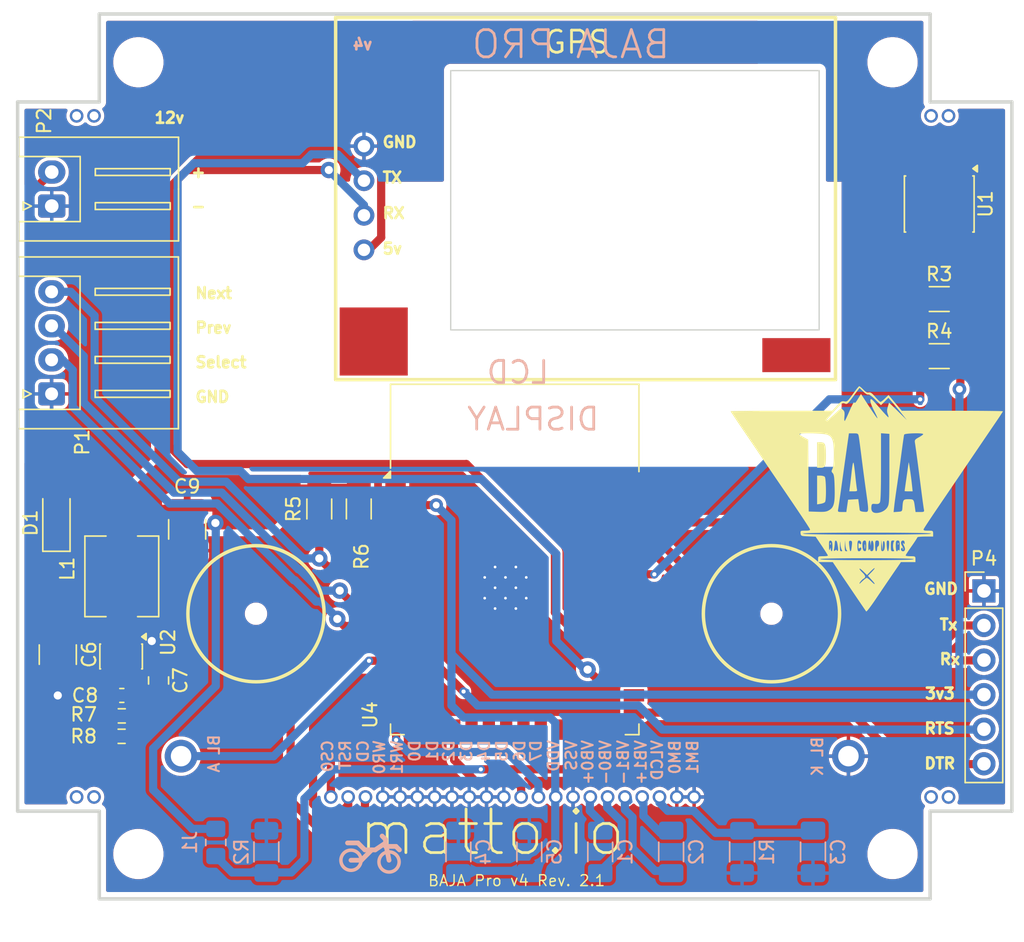
<source format=kicad_pcb>
(kicad_pcb (version 20241229) (generator "pcbnew") (generator_version "9.0")
  (title_block (title "BAJA Pro v4") (date "2026-02-11") (rev "2.1") (comment 1 "GPL-3.0") (comment 2 "https://github.com/mattogodoy/open-rally-computer"))
  (layers (0 "F.Cu" signal "TopLayer") (2 "B.Cu" signal "BottomLayer") (13 "F.Paste" user "TopPasteMaskLayer") (15 "B.Paste" user "BottomPasteMaskLayer") (5 "F.SilkS" user "TopSilkLayer") (7 "B.SilkS" user "BottomSilkLayer") (1 "F.Mask" user "TopSolderMaskLayer") (3 "B.Mask" user "BottomSolderMaskLayer") (25 "Edge.Cuts" user "BoardOutline"))
  (net 0 "")
  (net 1 "DISPLAY_DATA")
  (net 2 "3V3")
  (net 3 "Net-(LCD1-VB0-)")
  (net 4 "Net-(LCD1-VB0+)")
  (net 5 "Net-(LCD1-VB1-)")
  (net 6 "Net-(LCD1-VB1+)")
  (net 7 "Net-(LCD1-VLCD)")
  (net 8 "DISPLAY_BL")
  (net 9 "TEMP")
  (net 10 "GPS_RX")
  (net 11 "FLASH_RTS")
  (net 12 "MEM_SDA")
  (net 13 "GND")
  (net 14 "DISPLAY_CS")
  (net 15 "DISPLAY_RST")
  (net 16 "DISPLAY_CD")
  (net 17 "DISPLAY_SCLK")
  (net 18 "Net-(D1-A)")
  (net 19 "GPS_TX")
  (net 20 "FLASH_DTR")
  (net 21 "FLASH_RX")
  (net 22 "FLASH_TX")
  (net 23 "R_SELECT")
  (net 24 "R_PREV")
  (net 25 "R_NEXT")
  (net 26 "MEM_SCL")
  (net 44 "/VIN")
  (net 45 "Net-(U2-BOOT)")
  (net 46 "Net-(U2-SW)")
  (net 47 "Net-(U2-FB)")
  (footprint "Resistor_SMD:R_1206_3216Metric_Pad1.30x1.75mm_HandSolder" (layer "F.Cu") (at 177.818 95.273)
    (property "Reference" "R4")
    (property "Value" "2.4k")
  )
  (footprint "Capacitor_SMD:C_1210_3225Metric_Pad1.33x2.70mm_HandSolder" (layer "F.Cu") (at 122.6 108 -90)
    (property "Reference" "C9")
    (property "Value" "47uF")
  )
  (footprint "Diode_SMD:D_SOD-123F" (layer "F.Cu") (at 113 107.4 90)
    (property "Reference" "D1")
    (property "Value" "1N4007")
  )
  (footprint "MountingHole:MountingHole_3.2mm_M3" (layer "F.Cu") (at 174.389 73.683)
    (property "Reference" "REF**" (hide yes))
    (property "Value" "MountingHole_3.2mm_M3")
  )
  (footprint "Baja Pro v4:GY-NEO6MV2" (layer "F.Cu") (at 133.8 70.7)
    (property "Reference" "GPS1" (hide yes))
    (property "Value" "uBlox Neo 6M breakout board" (hide yes))
  )
  (footprint "MountingHole:ToolingHole_1.152mm" (layer "F.Cu") (at 165.499 114.196)
    (property "Reference" "REF**" (hide yes))
    (property "Value" "ToolingHole_1.152mm" (hide yes))
  )
  (footprint "Connector_JST:JST_XH_S4B-XH-A_1x04_P2.50mm_Horizontal" (layer "F.Cu") (at 112.644786 98.046299 90)
    (property "Reference" "P1")
    (property "Value" "Remote")
  )
  (footprint "MountingHole:MountingHole_3.2mm_M3" (layer "F.Cu") (at 119.017 73.683)
    (property "Reference" "REF**" (hide yes))
    (property "Value" "MountingHole_3.2mm_M3")
  )
  (footprint "Capacitor_SMD:C_1210_3225Metric_Pad1.33x2.70mm_HandSolder" (layer "F.Cu") (at 113.1 117.2 -90)
    (property "Reference" "C6")
    (property "Value" "10uF")
  )
  (footprint "Connector_PinHeader_2.54mm:PinHeader_1x06_P2.54mm_Vertical" (layer "F.Cu") (at 181.1 112.52)
    (property "Reference" "P4")
    (property "Value" "Flash")
  )
  (footprint "Resistor_SMD:R_1206_3216Metric_Pad1.30x1.75mm_HandSolder" (layer "F.Cu") (at 177.818 91.082)
    (property "Reference" "R3")
    (property "Value" "2.4k")
  )
  (footprint "Resistor_SMD:R_0603_1608Metric_Pad0.98x0.95mm_HandSolder" (layer "F.Cu") (at 117.8 121.7 180)
    (property "Reference" "R7")
    (property "Value" "100k")
  )
  (footprint "Inductor_SMD:L_Bourns_SRP5030T" (layer "F.Cu") (at 117.8 111.45 90)
    (property "Reference" "L1")
    (property "Value" "10uH")
  )
  (footprint "MountingHole:ToolingHole_1.152mm" (layer "F.Cu") (at 127.653 114.196)
    (property "Reference" "REF**" (hide yes))
    (property "Value" "ToolingHole_1.152mm" (hide yes))
  )
  (footprint "MountingHole:MountingHole_3.2mm_M3" (layer "F.Cu") (at 119.017 131.849)
    (property "Reference" "REF**" (hide yes))
    (property "Value" "MountingHole_3.2mm_M3")
  )
  (footprint "Package_TO_SOT_SMD:SOT-23-6" (layer "F.Cu") (at 117.75 117.3375 -90)
    (property "Reference" "U2")
    (property "Value" "TPS54302")
  )
  (footprint "RF_Module:ESP32-WROOM-32" (layer "F.Cu") (at 146.65 113.2)
    (property "Reference" "U4")
    (property "Value" "ESP32-WROOM-32")
  )
  (footprint "MountingHole:MountingHole_3.2mm_M3" (layer "F.Cu") (at 174.389 131.849)
    (property "Reference" "REF**" (hide yes))
    (property "Value" "MountingHole_3.2mm_M3")
  )
  (footprint "Connector_JST:JST_XH_S2B-XH-A_1x02_P2.50mm_Horizontal" (layer "F.Cu") (at 112.655 84.25 90)
    (property "Reference" "P2")
    (property "Value" "Power")
  )
  (footprint "Resistor_SMD:R_1206_3216Metric_Pad1.30x1.75mm_HandSolder" (layer "F.Cu") (at 132.3 106.5 -90)
    (property "Reference" "R6")
    (property "Value" "10k")
  )
  (footprint "Capacitor_SMD:C_0805_2012Metric_Pad1.18x1.45mm_HandSolder" (layer "F.Cu") (at 120.5 119.1 90)
    (property "Reference" "C7")
    (property "Value" "100nF")
  )
  (footprint "Resistor_SMD:R_0603_1608Metric_Pad0.98x0.95mm_HandSolder" (layer "F.Cu") (at 117.7875 123.2)
    (property "Reference" "R8")
    (property "Value" "22k")
  )
  (footprint "Resistor_SMD:R_1206_3216Metric_Pad1.30x1.75mm_HandSolder" (layer "F.Cu") (at 135.2 106.5 90)
    (property "Reference" "R5")
    (property "Value" "10k")
  )
  (footprint "Package_SO:SOIC-8_3.9x4.9mm_P1.27mm" (layer "F.Cu") (at 177.818 84.097 -90)
    (property "Reference" "U1")
    (property "Value" "FM24CL04B-GTR_C365762")
  )
  (footprint "Capacitor_SMD:C_0603_1608Metric_Pad1.08x0.95mm_HandSolder" (layer "F.Cu") (at 117.8 120.2 180)
    (property "Reference" "C8")
    (property "Value" "47pF")
  )
  (footprint "Capacitor_SMD:C_1206_3216Metric_Pad1.33x1.80mm_HandSolder" (layer "B.Cu") (at 147.719 131.6903 90)
    (property "Reference" "C5")
    (property "Value" "10uF")
  )
  (footprint "Resistor_SMD:R_1206_3216Metric_Pad1.30x1.75mm_HandSolder" (layer "B.Cu") (at 163.34 131.6903 90)
    (property "Reference" "R1")
    (property "Value" "10M")
  )
  (footprint "Resistor_SMD:R_1206_3216Metric_Pad1.30x1.75mm_HandSolder" (layer "B.Cu") (at 128.415 131.6903 -90)
    (property "Reference" "R2")
    (property "Value" "1k")
  )
  (footprint "Resistor_SMD:R_0805_2012Metric_Pad1.20x1.40mm_HandSolder" (layer "B.Cu") (at 124.7 131 90)
    (property "Reference" "J1")
    (property "Value" "NTC 10K±1% 3950")
  )
  (footprint "Capacitor_SMD:C_1206_3216Metric_Pad1.33x1.80mm_HandSolder" (layer "B.Cu") (at 168.547 131.6903 90)
    (property "Reference" "C3")
    (property "Value" "0.33uF")
  )
  (footprint "Capacitor_SMD:C_1206_3216Metric_Pad1.33x1.80mm_HandSolder" (layer "B.Cu") (at 152.926 131.6903 90)
    (property "Reference" "C1")
    (property "Value" "2.2uF")
  )
  (footprint "Capacitor_SMD:C_1206_3216Metric_Pad1.33x1.80mm_HandSolder" (layer "B.Cu") (at 158.133 131.6903 90)
    (property "Reference" "C2")
    (property "Value" "2.2uF")
  )
  (footprint "Baja Pro v4:ERC12864-655" (layer "B.Cu") (at 111.651 127.658)
    (property "Reference" "LCD1" (hide yes))
    (property "Value" "ERC12864-655 128x64 LCD Display" (hide yes))
  )
  (footprint "Capacitor_SMD:C_1206_3216Metric_Pad1.33x1.80mm_HandSolder" (layer "B.Cu") (at 142.512 131.6903 90)
    (property "Reference" "C4")
    (property "Value" "0.1uF")
  )
  (gr_poly (pts (xy 172.3354 109.249212) (xy 172.336039 109.311163) (xy 172.337871 109.362547) (xy 172.342575 109.418353) (xy 172.3667 109.411612) (xy 172.37456 109.356129) (xy 172.378793 109.29314) (xy 172.379398 109.227143) (xy 172.376375 109.162635) (xy 172.369723 109.104112) (xy 172.3667 109.086712) (xy 172.337871 109.135874) (xy 172.336039 109.18726)) (fill yes) (layer "F.SilkS"))
  (gr_poly (pts (xy 168.85 105.107012) (xy 168.85 106.163412) (xy 169.115 106.120412) (xy 169.169416 106.109864) (xy 169.222504 106.096366) (xy 169.272937 106.080476) (xy 169.340703 106.053371) (xy 169.395026 106.024013) (xy 169.4388 105.984612) (xy 169.469409 105.865795) (xy 169.480703 105.766373) (xy 169.489404 105.646019) (xy 169.495571 105.509042) (xy 169.499263 105.35975) (xy 169.50054 105.202449) (xy 169.499462 105.041449) (xy 169.496088 104.881057) (xy 169.490478 104.725581) (xy 169.482692 104.57933) (xy 169.472789 104.44661) (xy 169.460828 104.33173) (xy 169.44687 104.238999) (xy 169.430974 104.172723) (xy 169.4132 104.137212) (xy 169.360789 104.103599) (xy 169.303628 104.08222) (xy 169.236161 104.065462) (xy 169.162886 104.054524) (xy 169.0883 104.050612) (xy 168.85 104.050612)) (fill yes) (layer "F.SilkS"))
  (gr_poly (pts (xy 175.5728 103.075912) (xy 175.530179 103.376014) (xy 175.4916 103.647766) (xy 175.456882 103.892437) (xy 175.42585 104.111294) (xy 175.398323 104.305606) (xy 175.374125 104.47664) (xy 175.353076 104.625665) (xy 175.335 104.753949) (xy 175.319717 104.86276) (xy 175.30705 104.953366) (xy 175.29682 105.027035) (xy 175.28885 105.085035) (xy 175.278975 105.159102) (xy 175.276 105.185712) (xy 175.326498 105.196949) (xy 175.383499 105.201221) (xy 175.456225 105.204232) (xy 175.511429 105.205403) (xy 175.5706 105.205812) (xy 175.8651 105.205812) (xy 175.8134 104.718512) (xy 175.799452 104.591886) (xy 175.783751 104.457479) (xy 175.766642 104.317642) (xy 175.748468 104.174727) (xy 175.729575 104.031087) (xy 175.710307 103.889074) (xy 175.691009 103.751039) (xy 175.672025 103.619337) (xy 175.653699 103.496317) (xy 175.636376 103.384334) (xy 175.620401 103.285738) (xy 175.606118 103.202883) (xy 175.593872 103.138121) (xy 175.576868 103.072283)) (fill yes) (layer "F.SilkS"))
  (gr_poly (pts (xy 171.386 103.770012) (xy 171.376707 103.855356) (xy 171.36725 103.941431) (xy 171.357694 104.027655) (xy 171.348107 104.113452) (xy 171.338556 104.198242) (xy 171.329108 104.281447) (xy 171.319829 104.362488) (xy 171.310787 104.440787) (xy 171.302048 104.515764) (xy 171.29368 104.586842) (xy 171.285749 104.653441) (xy 171.278323 104.714983) (xy 171.271468 104.77089) (xy 171.265251 104.820583) (xy 171.255 104.899012) (xy 171.2131 105.205812) (xy 171.5166 105.205812) (xy 171.602511 105.204736) (xy 171.670151 105.200997) (xy 171.721144 105.193825) (xy 171.769969 105.174944) (xy 171.791099 105.115401) (xy 171.7832 105.079512) (xy 171.768311 105.002916) (xy 171.75506 104.914426) (xy 171.747627 104.860481) (xy 171.73974 104.800748) (xy 171.731462 104.735737) (xy 171.722858 104.665955) (xy 171.71399 104.591914) (xy 171.704921 104.514121) (xy 171.695717 104.433087) (xy 171.686439 104.349319) (xy 171.677151 104.263328) (xy 171.667917 104.175622) (xy 171.6588 104.086712) (xy 171.649624 103.99775) (xy 171.640217 103.909895) (xy 171.630649 103.823662) (xy 171.620989 103.739565) (xy 171.611305 103.658117) (xy 171.601669 103.579832) (xy 171.592148 103.505226) (xy 171.582812 103.434812) (xy 171.57373 103.369103) (xy 171.564972 103.308616) (xy 171.556607 103.253863) (xy 171.541333 103.163617) (xy 171.528461 103.102479) (xy 171.5231 103.084112) (xy 171.481012 103.144434) (xy 171.463212 103.223474) (xy 171.453876 103.272688) (xy 171.444329 103.327962) (xy 171.434632 103.388996) (xy 171.424845 103.455488) (xy 171.415028 103.527137) (xy 171.405241 103.603641) (xy 171.395545 103.6847)) (fill yes) (layer "F.SilkS"))
  (gr_poly (pts (xy 169.7944 109.074712) (xy 169.799398 109.125104) (xy 169.838 109.118312) (xy 169.850773 109.06796) (xy 169.848466 109.012152) (xy 169.8323 108.979912) (xy 169.795596 109.024419)) (fill yes) (layer "F.SilkS"))
  (gr_poly (pts (xy 171.951181 97.481513) (xy 171.999652 97.510611) (xy 172.054137 97.553924) (xy 172.096803 97.591105) (xy 172.143117 97.633732) (xy 172.191856 97.680777) (xy 172.2418 97.731212) (xy 172.305889 97.794718) (xy 172.363992 97.846544) (xy 172.417133 97.887226) (xy 172.466337 97.917299) (xy 172.512631 97.937298) (xy 172.578856 97.949581) (xy 172.6443 97.942212) (xy 172.667609 97.937491) (xy 172.736475 97.939201) (xy 172.784067 97.95533) (xy 172.8354 97.985099) (xy 172.892526 98.02992) (xy 172.9575 98.091204) (xy 172.99357 98.128461) (xy 173.032373 98.170364) (xy 173.074164 98.217088) (xy 173.1192 98.268812) (xy 173.184017 98.342445) (xy 173.247218 98.411143) (xy 173.307222 98.4734) (xy 173.36245 98.527712) (xy 173.411321 98.572573) (xy 173.452256 98.60648) (xy 173.504 98.635412) (xy 173.536304 98.623921) (xy 173.587315 98.591795) (xy 173.629462 98.560649) (xy 173.676545 98.522936) (xy 173.727214 98.479697) (xy 173.780115 98.431975) (xy 173.8339 98.380812) (xy 174.0946 98.126312) (xy 174.5797 98.705812) (xy 175.0648 99.285312) (xy 178.7805 99.285312) (xy 179.15902 99.285505) (xy 179.526924 99.286074) (xy 179.882307 99.286998) (xy 180.223264 99.28826) (xy 180.54789 99.28984) (xy 180.854281 99.291719) (xy 181.140531 99.293878) (xy 181.404737 99.296299) (xy 181.644993 99.298962) (xy 181.859395 99.30185) (xy 182.046038 99.304942) (xy 182.203017 99.308219) (xy 182.328427 99.311664) (xy 182.420364 99.315257) (xy 182.4962 99.322812) (xy 182.4854 99.346148) (xy 182.45445 99.398488) (xy 182.405517 99.476499) (xy 182.374987 99.52409) (xy 182.340775 99.576849) (xy 182.303152 99.63436) (xy 182.262391 99.696207) (xy 182.218762 99.761973) (xy 182.172537 99.831241) (xy 182.123987 99.903596) (xy 182.073383 99.97862) (xy 182.020997 100.055897) (xy 181.9671 100.135012) (xy 181.908765 100.220504) (xy 181.843358 100.316459) (xy 181.77159 100.421832) (xy 181.69417 100.535579) (xy 181.611807 100.656653) (xy 181.525212 100.784012) (xy 181.435094 100.916608) (xy 181.342162 101.053399) (xy 181.247127 101.193338) (xy 181.150698 101.335382) (xy 181.053585 101.478484) (xy 180.956498 101.621601) (xy 180.860146 101.763686) (xy 180.765239 101.903697) (xy 180.672487 102.040587) (xy 180.5826 102.173312) (xy 180.492422 102.30653) (xy 180.398782 102.444832) (xy 180.30242 102.587126) (xy 180.204076 102.732319) (xy 180.104491 102.87932) (xy 180.004404 103.027037) (xy 179.904556 103.174377) (xy 179.805687 103.320249) (xy 179.708537 103.46356) (xy 179.613847 103.603219) (xy 179.522356 103.738133) (xy 179.434804 103.86721) (xy 179.351933 103.989358) (xy 179.274481 104.103486) (xy 179.20319 104.208501) (xy 179.1388 104.303312) (xy 179.0741 104.398555) (xy 179.001902 104.504842) (xy 178.922977 104.621036) (xy 178.838096 104.746004) (xy 178.74803 104.878609) (xy 178.653548 105.017716) (xy 178.555423 105.162192) (xy 178.454425 105.310899) (xy 178.351324 105.462704) (xy 178.246891 105.616471) (xy 178.141898 105.771065) (xy 178.037115 105.925351) (xy 177.933313 106.078193) (xy 177.831262 106.228458) (xy 177.731734 106.375009) (xy 177.6355 106.516712) (xy 177.542089 106.654533) (xy 177.450849 106.789659) (xy 177.36227 106.921341) (xy 177.276843 107.04883) (xy 177.195062 107.171376) (xy 177.117416 107.288229) (xy 177.044398 107.398641) (xy 176.9765 107.501862) (xy 176.914212 107.597141) (xy 176.858027 107.683731) (xy 176.808436 107.760881) (xy 176.765931 107.827843) (xy 176.731003 107.883866) (xy 176.704144 107.928201) (xy 176.6766 107.978812) (xy 176.670782 107.995941) (xy 176.681931 108.057461) (xy 176.729429 108.078136) (xy 176.782091 108.086572) (xy 176.853784 108.091525) (xy 176.946425 108.093675) (xy 177.0012 108.093912) (xy 177.064914 108.094011) (xy 177.120832 108.094507) (xy 177.211317 108.097887) (xy 177.276721 108.106441) (xy 177.336699 108.134206) (xy 177.363126 108.187062) (xy 177.368884 108.240222) (xy 177.3699 108.310512) (xy 177.3699 108.527112) (xy 176.7923 108.527112) (xy 176.733456 108.527393) (xy 176.676262 108.528218) (xy 176.621012 108.52956) (xy 176.568003 108.53139) (xy 176.469892 108.536403) (xy 176.3843 108.543037) (xy 176.313594 108.551067) (xy 176.260146 108.560271) (xy 176.2145 108.581312) (xy 176.194906 108.625085) (xy 176.161985 108.681427) (xy 176.115246 108.756303) (xy 176.08725 108.799837) (xy 176.056464 108.846977) (xy 176.023111 108.897382) (xy 175.987412 108.95071) (xy 175.94959 109.006618) (xy 175.909866 109.064764) (xy 175.868462 109.124807) (xy 175.825599 109.186403) (xy 175.7815 109.249212) (xy 175.737399 109.312003) (xy 175.694533 109.373587) (xy 175.653124 109.433621) (xy 175.613393 109.491762) (xy 175.575563 109.547666) (xy 175.539857 109.600992) (xy 175.506495 109.651396) (xy 175.4757 109.698537) (xy 175.422699 109.781653) (xy 175.382631 109.847599) (xy 175.3484 109.917012) (xy 175.392056 109.942787) (xy 175.454325 109.955287) (xy 175.507782 109.96192) (xy 175.569068 109.966933) (xy 175.636701 109.970105) (xy 175.7092 109.971212) (xy 175.771444 109.971317) (xy 175.826094 109.971831) (xy 175.914585 109.975271) (xy 175.978625 109.983899) (xy 176.037477 110.011755) (xy 176.063532 110.064615) (xy 176.069266 110.117695) (xy 176.0703 110.187812) (xy 176.0703 110.404412) (xy 175.5367 110.404412) (xy 175.0032 110.404412) (xy 174.3949 111.294212) (xy 174.32962 111.389794) (xy 174.259647 111.492387) (xy 174.185621 111.601047) (xy 174.108182 111.714829) (xy 174.027971 111.832789) (xy 173.945629 111.953984) (xy 173.861796 112.077468) (xy 173.777112 112.202299) (xy 173.692219 112.327532) (xy 173.607756 112.452222) (xy 173.524365 112.575427) (xy 173.442685 112.696201) (xy 173.363359 112.8136) (xy 173.287025 112.926681) (xy 173.214325 113.0345) (xy 173.1459 113.136112) (xy 173.080365 113.232823) (xy 173.016184 113.326265) (xy 172.95371 113.415976) (xy 172.893295 113.501496) (xy 172.835292 113.582365) (xy 172.780055 113.658122) (xy 172.727935 113.728308) (xy 172.679287 113.792462) (xy 172.634462 113.850123) (xy 172.593815 113.900832) (xy 172.557696 113.944129) (xy 172.50046 114.006642) (xy 172.4574 114.033312) (xy 172.423226 113.985807) (xy 172.388842 113.936337) (xy 172.343782 113.87098) (xy 172.28869 113.790683) (xy 172.224206 113.696388) (xy 172.150975 113.589041) (xy 172.069637 113.469587) (xy 171.980836 113.338969) (xy 171.885213 113.198132) (xy 171.783411 113.048021) (xy 171.676073 112.88958) (xy 171.56384 112.723754) (xy 171.447356 112.551488) (xy 171.327261 112.373726) (xy 171.2042 112.191412) (xy 170.32069 110.881612) (xy 171.9547 110.881612) (xy 171.955824 110.89017) (xy 171.980951 110.941682) (xy 172.01835 110.994424) (xy 172.050451 111.034144) (xy 172.087253 111.076166) (xy 172.127865 111.119339) (xy 172.1714 111.162512) (xy 172.215553 111.206044) (xy 172.254391 111.246995) (xy 172.316223 111.321705) (xy 172.35709 111.387744) (xy 172.377187 111.446212) (xy 172.376711 111.498211) (xy 172.355857 111.544843) (xy 172.314822 111.587209) (xy 172.2538 111.626412) (xy 172.208231 111.656797) (xy 172.156974 111.700997) (xy 172.121437 111.736274) (xy 172.086064 111.774893) (xy 172.051932 111.815735) (xy 172.020118 111.857681) (xy 171.9917 111.899612) (xy 171.972849 111.929646) (xy 171.963196 111.998847) (xy 172.005706 111.962597) (xy 172.066638 111.906602) (xy 172.104327 111.871059) (xy 172.147 111.830412) (xy 172.176181 111.802832) (xy 172.233932 111.750128) (xy 172.289672 111.701624) (xy 172.341967 111.658431) (xy 172.389383 111.621662) (xy 172.448218 111.580985) (xy 172.4962 111.559612) (xy 172.528188 111.571683) (xy 172.580065 111.605432) (xy 172.623375 111.638149) (xy 172.672037 111.677761) (xy 172.724659 111.723172) (xy 172.779844 111.773288) (xy 172.8362 111.827012) (xy 172.897691 111.886033) (xy 172.951132 111.935272) (xy 173.033801 112.00514) (xy 173.087072 111.999174) (xy 173.039529 111.930258) (xy 173.003449 111.884084) (xy 172.959144 111.830345) (xy 172.906599 111.769226) (xy 172.8458 111.700912) (xy 172.5817 111.408612) (xy 172.8605 111.123112) (xy 172.888574 111.094032) (xy 172.940376 111.038464) (xy 172.985636 110.987325) (xy 173.023464 110.941788) (xy 173.064319 110.886549) (xy 173.0778 110.837612) (xy 173.048197 110.849282) (xy 173.000407 110.881908) (xy 172.960575 110.913537) (xy 172.915858 110.95183) (xy 172.867537 110.99573) (xy 172.816891 111.044177) (xy 172.7652 111.096112) (xy 172.5142 111.354612) (xy 172.2345 111.081412) (xy 172.178291 111.02805) (xy 172.125854 110.98116) (xy 172.078337 110.941562) (xy 172.018795 110.897628) (xy 171.9547 110.881612) (xy 170.32069 110.881612) (xy 169.9988 110.404412) (xy 169.4605 110.404412) (xy 168.9223 110.404412) (xy 168.9223 110.187812) (xy 169.0667 110.187812) (xy 169.122888 110.204437) (xy 169.192807 110.211965) (xy 169.290328 110.218963) (xy 169.415238 110.225428) (xy 169.567328 110.231354) (xy 169.746385 110.236738) (xy 169.9522 110.241574) (xy 170.184559 110.245858) (xy 170.443252 110.249586) (xy 170.728068 110.252753) (xy 171.038796 110.255354) (xy 171.375225 110.257385) (xy 171.737142 110.258841) (xy 172.124337 110.259718) (xy 172.5366 110.260012) (xy 172.95358 110.259725) (xy 173.343882 110.258866) (xy 173.707424 110.257436) (xy 174.044128 110.255438) (xy 174.353912 110.252873) (xy 174.636697 110.249744) (xy 174.892403 110.246052) (xy 175.12095 110.241799) (xy 175.322257 110.236987) (xy 175.496246 110.231618) (xy 175.642836 110.225694) (xy 175.761946 110.219216) (xy 175.853498 110.212187) (xy 175.962 110.187812) (xy 175.895097 110.171359) (xy 175.820089 110.163881) (xy 175.717839 110.156913) (xy 175.588692 110.150461) (xy 175.432995 110.144532) (xy 175.251094 110.139134) (xy 175.043337 110.134274) (xy 174.810069 110.129959) (xy 174.551637 110.126195) (xy 174.268388 110.122991) (xy 173.960667 110.120354) (xy 173.628821 110.11829) (xy 173.273197 110.116807) (xy 172.894141 110.115911) (xy 172.492 110.115612) (xy 172.085149 110.115905) (xy 171.703014 110.116782) (xy 171.345806 110.118238) (xy 171.013737 110.120269) (xy 170.707018 110.12287) (xy 170.42586 110.126037) (xy 170.170475 110.129765) (xy 169.941075 110.134049) (xy 169.73787 110.138885) (xy 169.561074 110.144269) (xy 169.410896 110.150195) (xy 169.28755 110.15666) (xy 169.191245 110.163658) (xy 169.122194 110.171186) (xy 169.0667 110.187812) (xy 168.9223 110.187812) (xy 168.923333 110.117695) (xy 168.929065 110.064615) (xy 168.955114 110.011755) (xy 169.01395 109.983899) (xy 169.077971 109.975271) (xy 169.166438 109.971831) (xy 169.221073 109.971317) (xy 169.2833 109.971212) (xy 169.320065 109.970976) (xy 169.390325 109.969165) (xy 169.454986 109.96572) (xy 169.512566 109.960829) (xy 169.582416 109.951187) (xy 169.6443 109.925912) (xy 169.62392 109.882141) (xy 169.589619 109.822952) (xy 169.540907 109.743189) (xy 169.511725 109.696512) (xy 169.479634 109.645793) (xy 169.444866 109.591402) (xy 169.407652 109.533705) (xy 169.368225 109.473071) (xy 169.326814 109.409867) (xy 169.283652 109.34446) (xy 169.23897 109.277219) (xy 169.193 109.208512) (xy 169.122519 109.103533) (xy 169.722525 109.103533) (xy 169.722798 109.161212) (xy 169.7237 109.225812) (xy 169.724836 109.282681) (xy 169.726238 109.333507) (xy 169.729946 109.417422) (xy 169.735037 109.478348) (xy 169.766825 109.521961) (xy 169.7887 109.465812) (xy 169.798483 109.435353) (xy 169.814679 109.386466) (xy 169.844708 109.33926) (xy 169.851198 109.396625) (xy 169.8537 109.447712) (xy 169.854742 109.464269) (xy 169.864554 109.525015) (xy 169.88168 109.572993) (xy 169.9224 109.610212) (xy 169.95075 109.564392) (xy 169.953126 109.552382) (xy 170.076637 109.552382) (xy 170.122513 109.58626) (xy 170.1736 109.547212) (xy 170.216246 109.514868) (xy 170.265687 109.491599) (xy 170.2941 109.533412) (xy 170.304805 109.574383) (xy 170.3566 109.580012) (xy 170.375236 109.560244) (xy 170.391271 109.505058) (xy 170.393923 109.449479) (xy 170.390067 109.377457) (xy 170.382278 109.310469) (xy 170.520899 109.310469) (xy 170.521796 109.403324) (xy 170.526551 109.475797) (xy 170.542143 109.551153) (xy 170.569565 109.593149) (xy 170.6278 109.610212) (xy 170.668529 109.60755) (xy 170.698351 109.561401) (xy 170.6689 109.518512) (xy 170.645071 109.476733) (xy 170.621579 109.411925) (xy 170.606825 109.358762) (xy 170.596605 109.314077) (xy 170.882013 109.314077) (xy 170.882687 109.408594) (xy 170.887449 109.481224) (xy 170.903845 109.554944) (xy 170.946794 109.601446) (xy 170.998 109.609112) (xy 171.013028 109.608755) (xy 171.073284 109.590984) (xy 171.0388 109.553512) (xy 171.012156 109.521143) (xy 170.98626 109.461502) (xy 170.970187 109.409424) (xy 170.955609 109.349475) (xy 170.942992 109.283357) (xy 170.9328 109.212769) (xy 170.9255 109.139412) (xy 170.909697 108.934992) (xy 171.19161 108.934992) (xy 171.192268 109.000313) (xy 171.19888 109.087612) (xy 171.204185 109.140416) (xy 171.2107 109.199812) (xy 171.222748 109.300431) (xy 171.234678 109.387716) (xy 171.246505 109.461666) (xy 171.269913 109.569568) (xy 171.327708 109.606036) (xy 171.35086 109.527327) (xy 171.362505 109.467984) (xy 171.374216 109.395317) (xy 171.386009 109.309325) (xy 171.397529 109.213112) (xy 171.8103 109.213112) (xy 171.810598 109.268394) (xy 171.811529 109.318719) (xy 171.815501 109.405265) (xy 171.822645 109.474284) (xy 171.840241 109.548308) (xy 171.867379 109.591533) (xy 171.9209 109.610212) (xy 171.943338 109.60802) (xy 172.005928 109.578768) (xy 172.056294 109.524983) (xy 172.087831 109.458864) (xy 172.093935 109.392607) (xy 172.068 109.338412) (xy 172.036605 109.327999) (xy 171.989804 109.351081) (xy 171.9519 109.395712) (xy 171.896561 109.397455) (xy 171.888464 109.339251) (xy 171.885622 109.28324) (xy 171.8847 109.213112) (xy 171.885622 109.142983) (xy 171.886794 109.124569) (xy 172.176986 109.124569) (xy 172.177695 109.176851) (xy 172.180243 109.233668) (xy 172.1846 109.295112) (xy 172.191978 109.363627) (xy 172.202175 109.422521) (xy 172.215389 109.472204) (xy 172.241313 109.530356) (xy 172.275162 109.57009) (xy 172.3338 109.596812) (xy 172.353032 109.599722) (xy 172.410993 109.587456) (xy 172.437487 109.544362) (xy 172.44864 109.49478) (xy 172.455567 109.425587) (xy 172.459106 109.334268) (xy 172.459869 109.279526) (xy 172.460052 109.231112) (xy 172.6096 109.231112) (xy 172.610473 109.284518) (xy 172.613345 109.375924) (xy 172.617822 109.447205) (xy 172.624031 109.498861) (xy 172.647962 109.545437) (xy 172.6768 109.501912) (xy 172.695543 109.459111) (xy 172.740789 109.435058) (xy 172.7439 109.489112) (xy 172.747138 109.518832) (xy 172.772294 109.57324) (xy 172.820723 109.598293) (xy 172.8753 109.596412) (xy 172.924061 109.578339) (xy 172.959195 109.542027) (xy 172.982555 109.481934) (xy 172.992505 109.425924) (xy 172.998595 109.355241) (xy 173.001378 109.268242) (xy 173.0017 109.218112) (xy 173.001579 109.213112) (xy 173.11 109.213112) (xy 173.111474 109.292879) (xy 173.115698 109.367296) (xy 173.122376 109.434733) (xy 173.131212 109.493562) (xy 173.147862 109.5621) (xy 173.1822 109.610212) (xy 173.210229 109.595958) (xy 173.237856 109.544324) (xy 173.251139 109.483206) (xy 173.2544 109.429712) (xy 173.255874 109.393446) (xy 173.266776 109.328962) (xy 173.269174 109.322968) (xy 173.552467 109.322968) (xy 173.553132 109.419132) (xy 173.557803 109.491607) (xy 173.574086 109.56204) (xy 173.617352 109.599214) (xy 173.6695 109.596812) (xy 173.729682 109.568915) (xy 173.763371 109.526267) (xy 173.788606 109.461895) (xy 173.801335 109.405533) (xy 173.811213 109.337448) (xy 173.8186 109.256812) (xy 173.820499 109.224222) (xy 173.821827 109.159639) (xy 173.820043 109.097191) (xy 173.815367 109.038491) (xy 173.812493 109.017637) (xy 173.957685 109.017637) (xy 173.959433 109.105218) (xy 173.961762 109.156476) (xy 173.965 109.213012) (xy 173.971167 109.292783) (xy 173.979243 109.367212) (xy 173.988885 109.434665) (xy 173.99975 109.493512) (xy 174.017592 109.562077) (xy 174.0486 109.610212) (xy 174.06718 109.592271) (xy 174.085703 109.542121) (xy 174.09745 109.493512) (xy 174.108314 109.434665) (xy 174.117956 109.367212) (xy 174.126032 109.292783) (xy 174.132192 109.213112) (xy 174.2652 109.213112) (xy 174.265387 109.277555) (xy 174.266071 109.334676) (xy 174.267428 109.384909) (xy 174.272878 109.466453) (xy 174.283168 109.525666) (xy 174.310805 109.580231) (xy 174.357374 109.60413) (xy 174.4277 109.609112) (xy 174.487846 109.604791) (xy 174.507 109.554912) (xy 174.498535 109.548006) (xy 174.467475 109.494682) (xy 174.448312 109.432612) (xy 174.438143 109.383345) (xy 174.430457 109.329405) (xy 174.425596 109.272194) (xy 174.4239 109.213112) (xy 174.6262 109.213112) (xy 174.627674 109.292879) (xy 174.631898 109.367296) (xy 174.638576 109.434733) (xy 174.647412 109.493562) (xy 174.664062 109.5621) (xy 174.6984 109.610212) (xy 174.719855 109.606129) (xy 174.758711 109.57028) (xy 174.7717 109.519912) (xy 174.812143 109.496258) (xy 174.8428 109.538012) (xy 174.886926 109.552361) (xy 174.900701 109.50313) (xy 174.906919 109.449604) (xy 175.009739 109.449604) (xy 175.013351 109.508449) (xy 175.042738 109.559908) (xy 175.094266 109.596367) (xy 175.1643 109.610212) (xy 175.236351 109.592199) (xy 175.282305 109.541926) (xy 175.29795 109.493274) (xy 175.301257 109.434464) (xy 175.291931 109.367169) (xy 175.269677 109.293061) (xy 175.2342 109.213812) (xy 175.21356 109.173074) (xy 175.17919 109.099867) (xy 175.154333 109.039476) (xy 175.169882 108.983975) (xy 175.2038 109.032512) (xy 175.213915 109.047784) (xy 175.255933 109.089328) (xy 175.272854 109.039705) (xy 175.2749 108.978412) (xy 175.27314 108.943239) (xy 175.258206 108.883873) (xy 175.220614 108.833898) (xy 175.1655 108.816012) (xy 175.107799 108.824918) (xy 175.063145 108.850137) (xy 175.031946 108.889418) (xy 175.014612 108.940512) (xy 175.011551 109.001168) (xy 175.023173 109.069137) (xy 175.049886 109.142168) (xy 175.0921 109.218012) (xy 175.115671 109.256799) (xy 175.145357 109.316105) (xy 175.167187 109.373437) (xy 175.179978 109.425052) (xy 175.178 109.488212) (xy 175.14429 109.489849) (xy 175.1373 109.433312) (xy 175.132859 109.384276) (xy 175.096544 109.339873) (xy 175.0513 109.372812) (xy 175.035536 109.390985) (xy 175.009739 109.449604) (xy 174.906919 109.449604) (xy 174.907065 109.448347) (xy 174.9113 109.375448) (xy 174.913515 109.283967) (xy 174.9139 109.231112) (xy 174.913859 109.165904) (xy 174.913271 109.107791) (xy 174.909903 109.011255) (xy 174.902695 108.938316) (xy 174.882281 108.866179) (xy 174.831367 108.822835) (xy 174.7706 108.816012) (xy 174.727961 108.81876) (xy 174.680877 108.837818) (xy 174.650812 108.883687) (xy 174.638429 108.934097) (xy 174.630917 109.00383) (xy 174.627199 109.095847) (xy 174.626427 109.151138) (xy 174.6262 109.213112) (xy 174.4239 109.213112) (xy 174.425596 109.153996) (xy 174.430457 109.09676) (xy 174.438143 109.042802) (xy 174.454221 108.971077) (xy 174.474735 108.914607) (xy 174.507 108.871212) (xy 174.526349 108.854535) (xy 174.487846 108.821332) (xy 174.4277 108.817012) (xy 174.357374 108.822002) (xy 174.310805 108.845924) (xy 174.283168 108.900516) (xy 174.272878 108.959747) (xy 174.267428 109.041305) (xy 174.266071 109.091543) (xy 174.265387 109.148667) (xy 174.2652 109.213112) (xy 174.132192 109.213112) (xy 174.1322 109.213012) (xy 174.135437 109.156476) (xy 174.137766 109.105218) (xy 174.139514 109.017637) (xy 174.137063 108.948468) (xy 174.130037 108.895912) (xy 174.100742 108.833437) (xy 174.0486 108.815812) (xy 174.033256 108.816801) (xy 173.98711 108.844288) (xy 173.967162 108.895912) (xy 173.960136 108.948468) (xy 173.957685 109.017637) (xy 173.812493 109.017637) (xy 173.808016 108.985148) (xy 173.792457 108.918707) (xy 173.7644 108.863912) (xy 173.714718 108.866902) (xy 173.697786 108.918727) (xy 173.689134 108.972947) (xy 173.682442 109.043425) (xy 173.677582 109.130612) (xy 173.6758 109.180612) (xy 173.6641 109.574112) (xy 173.6154 109.177012) (xy 173.5667 108.779812) (xy 173.555 109.200312) (xy 173.553384 109.265127) (xy 173.552467 109.322968) (xy 173.269174 109.322968) (xy 173.286309 109.28014) (xy 173.3266 109.249212) (xy 173.36689 109.212076) (xy 173.386423 109.15346) (xy 173.395539 109.096773) (xy 173.3988 109.032512) (xy 173.397201 108.97486) (xy 173.387927 108.907677) (xy 173.359769 108.849677) (xy 173.309427 108.82156) (xy 173.2544 108.816012) (xy 173.211761 108.81876) (xy 173.164677 108.837818) (xy 173.134612 108.883687) (xy 173.122229 108.934097) (xy 173.114717 109.00383) (xy 173.110999 109.095847) (xy 173.110227 109.151138) (xy 173.11 109.213112) (xy 173.001579 109.213112) (xy 173.000001 109.148079) (xy 172.995151 109.083884) (xy 172.987515 109.025905) (xy 172.977457 108.974521) (xy 172.951544 108.893053) (xy 172.920337 108.842512) (xy 172.870003 108.831314) (xy 172.838364 108.871345) (xy 172.811674 108.952908) (xy 172.8011 109.010212) (xy 172.7706 109.213112) (xy 172.7598 109.014512) (xy 172.754581 108.948609) (xy 172.747083 108.895784) (xy 172.726726 108.827237) (xy 172.674912 108.823637) (xy 172.649363 108.880062) (xy 172.627992 108.969624) (xy 172.619796 109.025499) (xy 172.613752 109.088061) (xy 172.610231 109.156776) (xy 172.6096 109.231112) (xy 172.460052 109.231112) (xy 172.4601 109.218312) (xy 172.459803 109.16218) (xy 172.458879 109.111103) (xy 172.454928 109.023321) (xy 172.447812 108.953385) (xy 172.430258 108.878479) (xy 172.403146 108.834827) (xy 172.3496 108.816012) (xy 172.299673 108.822644) (xy 172.24135 108.858609) (xy 172.213145 108.900996) (xy 172.193184 108.958964) (xy 172.181216 109.033244) (xy 172.176986 109.124569) (xy 171.886794 109.124569) (xy 171.890638 109.064167) (xy 171.909587 109.000634) (xy 171.9519 109.030512) (xy 171.999094 109.082879) (xy 172.055091 109.092379) (xy 172.088514 109.045297) (xy 172.089153 108.980962) (xy 172.0742 108.927412) (xy 172.056536 108.894368) (xy 172.021726 108.856644) (xy 171.978663 108.829502) (xy 171.9209 108.816012) (xy 171.905502 108.817082) (xy 171.857184 108.845975) (xy 171.833387 108.898874) (xy 171.822645 108.951895) (xy 171.815501 109.020916) (xy 171.811529 109.107475) (xy 171.810598 109.157813) (xy 171.8103 109.213112) (xy 171.397529 109.213112) (xy 171.3979 109.210012) (xy 171.404097 109.153139) (xy 171.409093 109.102365) (xy 171.415131 109.017708) (xy 171.415309 108.953241) (xy 171.403052 108.888267) (xy 171.359638 108.846157) (xy 171.3037 108.835712) (xy 171.246946 108.837226) (xy 171.203414 108.871821) (xy 171.19161 108.934992) (xy 170.909697 108.934992) (xy 170.8977 108.779812) (xy 170.8847 109.195012) (xy 170.882981 109.257779) (xy 170.882013 109.314077) (xy 170.596605 109.314077) (xy 170.593298 109.299617) (xy 170.581431 109.236193) (xy 170.571654 109.17019) (xy 170.5644 109.103312) (xy 170.559701 109.050458) (xy 170.551777 108.966798) (xy 170.538337 108.891237) (xy 170.532723 108.941768) (xy 170.529203 109.017179) (xy 170.527366 109.067721) (xy 170.525415 109.126963) (xy 170.5233 109.195012) (xy 170.521722 109.255705) (xy 170.520899 109.310469) (xy 170.382278 109.310469) (xy 170.37964 109.287781) (xy 170.371942 109.235944) (xy 170.362577 109.17924) (xy 170.351537 109.117518) (xy 170.338814 109.050625) (xy 170.3244 108.978412) (xy 170.304289 108.907997) (xy 170.264428 108.841159) (xy 170.206577 108.823738) (xy 170.170823 108.863858) (xy 170.155406 108.915682) (xy 170.1497 108.987412) (xy 170.149448 109.006142) (xy 170.145879 109.073226) (xy 170.141404 109.124892) (xy 170.135487 109.180124) (xy 170.128327 109.237217) (xy 170.120126 109.294466) (xy 170.111083 109.350166) (xy 170.1014 109.402612) (xy 170.087407 109.476082) (xy 170.076637 109.552382) (xy 169.953126 109.552382) (xy 169.963662 109.499124) (xy 169.970096 109.443107) (xy 169.974529 109.378897) (xy 169.976738 109.308048) (xy 169.9765 109.232112) (xy 169.975141 109.178497) (xy 169.970577 109.085516) (xy 169.963062 109.010065) (xy 169.95201 108.95038) (xy 169.927519 108.886556) (xy 169.891775 108.848284) (xy 169.8428 108.829612) (xy 169.806042 108.825693) (xy 169.755422 108.849872) (xy 169.734222 108.906882) (xy 169.726516 108.968573) (xy 169.722985 109.05243) (xy 169.722525 109.103533) (xy 169.122519 109.103533) (xy 168.7417 108.536312) (xy 168.2002 108.513612) (xy 168.106668 108.509624) (xy 168.024531 108.505748) (xy 167.953011 108.501677) (xy 167.891331 108.497107) (xy 167.838714 108.491734) (xy 167.757563 108.477359) (xy 167.703341 108.456117) (xy 167.658906 108.406047) (xy 167.644815 108.356977) (xy 167.638389 108.310512) (xy 167.8031 108.310512) (xy 167.827552 108.319068) (xy 167.889803 108.327108) (xy 167.989507 108.334627) (xy 168.126318 108.341621) (xy 168.299891 108.348084) (xy 168.509881 108.35401) (xy 168.75594 108.359396) (xy 169.037725 108.364237) (xy 169.354888 108.368526) (xy 169.707084 108.37226) (xy 170.093968 108.375432) (xy 170.515193 108.37804) (xy 170.970415 108.380076) (xy 171.459287 108.381537) (xy 171.981464 108.382417) (xy 172.5366 108.382712) (xy 173.096464 108.382421) (xy 173.621741 108.381553) (xy 174.112219 108.38011) (xy 174.567687 108.378096) (xy 174.987933 108.375513) (xy 175.372746 108.372365) (xy 175.721913 108.368655) (xy 176.035225 108.364387) (xy 176.312468 108.359562) (xy 176.553432 108.354186) (xy 176.757904 108.348261) (xy 176.925675 108.34179) (xy 177.056531 108.334776) (xy 177.150261 108.327223) (xy 177.2255 108.310512) (xy 177.20648 108.301889) (xy 177.149563 108.2938) (xy 177.05496 108.286247) (xy 176.922882 108.279233) (xy 176.753542 108.272762) (xy 176.547151 108.266837) (xy 176.30392 108.261461) (xy 176.024062 108.256637) (xy 175.707788 108.252368) (xy 175.355309 108.248658) (xy 174.966838 108.24551) (xy 174.542585 108.242927) (xy 174.082764 108.240913) (xy 173.587584 108.23947) (xy 173.057259 108.238602) (xy 172.492 108.238312) (xy 171.922005 108.238597) (xy 171.388561 108.239453) (xy 170.891749 108.240878) (xy 170.431648 108.242871) (xy 170.008339 108.245429) (xy 169.621901 108.248553) (xy 169.272416 108.252239) (xy 168.959962 108.256487) (xy 168.68462 108.261294) (xy 168.446471 108.266661) (xy 168.245594 108.272585) (xy 168.08207 108.279065) (xy 167.955978 108.286099) (xy 167.867399 108.293685) (xy 167.8031 108.310512) (xy 167.638389 108.310512) (xy 167.6359 108.292512) (xy 167.632139 108.258344) (xy 167.629921 108.179721) (xy 167.651234 108.131251) (xy 167.708851 108.10565) (xy 167.77374 108.09769) (xy 167.864228 108.094496) (xy 167.920254 108.094013) (xy 167.9841 108.093912) (xy 168.03123 108.093596) (xy 168.114595 108.091029) (xy 168.183811 108.085781) (xy 168.2621 108.072624) (xy 168.31111 108.05277) (xy 168.3319 108.003712) (xy 168.318347 107.974116) (xy 168.286319 107.918014) (xy 168.236213 107.836005) (xy 168.168426 107.728685) (xy 168.083357 107.596652) (xy 167.981404 107.440503) (xy 167.862965 107.260836) (xy 167.728437 107.058249) (xy 167.578219 106.833339) (xy 167.412709 106.586703) (xy 167.232305 106.318939) (xy 167.037404 106.030644) (xy 166.828405 105.722417) (xy 166.605706 105.394854) (xy 166.369705 105.048553) (xy 166.1208 104.684112) (xy 166.053625 104.585797) (xy 165.982087 104.481003) (xy 165.906823 104.370666) (xy 165.82847 104.255721) (xy 165.747663 104.137104) (xy 165.665039 104.015753) (xy 165.581235 103.892601) (xy 165.496887 103.768587) (xy 165.412632 103.644644) (xy 165.329105 103.521711) (xy 165.246944 103.400722) (xy 165.166785 103.282615) (xy 165.089265 103.168324) (xy 165.01502 103.058785) (xy 164.944686 102.954936) (xy 164.8789 102.857712) (xy 164.811801 102.758527) (xy 164.737578 102.648893) (xy 164.657001 102.529939) (xy 164.570837 102.402797) (xy 164.479854 102.268601) (xy 164.384821 102.128481) (xy 164.286505 101.98357) (xy 164.185675 101.834999) (xy 164.083098 101.6839) (xy 163.979544 101.531406) (xy 163.87578 101.378647) (xy 163.772575 101.226757) (xy 163.670695 101.076866) (xy 163.619528 101.001612) (xy 167.5504 101.001612) (xy 167.55208 101.008197) (xy 167.589654 101.049521) (xy 167.645575 101.092899) (xy 167.693573 101.125925) (xy 167.748596 101.161122) (xy 167.809315 101.197536) (xy 167.8744 101.234212) (xy 168.1985 101.411212) (xy 168.2174 104.048612) (xy 168.2363 106.686012) (xy 168.873 106.706912) (xy 168.970316 106.709817) (xy 169.058601 106.711749) (xy 169.138588 106.712598) (xy 169.211007 106.712255) (xy 169.27659 106.710612) (xy 169.336069 106.707558) (xy 169.439637 106.696787) (xy 169.527563 106.679068) (xy 169.605698 106.65353) (xy 169.643957 106.63588) (xy 170.378498 106.63588) (xy 170.403812 106.695112) (xy 170.464562 106.714882) (xy 170.530582 106.720305) (xy 170.620521 106.721999) (xy 170.6754 106.722112) (xy 170.996 106.722112) (xy 171.0602 106.270812) (xy 171.1244 105.819512) (xy 171.4985 105.797912) (xy 171.8726 105.776312) (xy 171.9183 106.122812) (xy 171.927755 106.194637) (xy 171.937134 106.265918) (xy 171.946189 106.33479) (xy 171.954675 106.399387) (xy 171.962344 106.457843) (xy 171.968953 106.508293) (xy 171.978 106.577712) (xy 172.003085 106.626762) (xy 172.045685 106.656252) (xy 172.108932 106.679594) (xy 172.162682 106.691787) (xy 172.225782 106.701316) (xy 172.2983 106.708212) (xy 172.364444 106.713482) (xy 172.470684 106.71672) (xy 172.543623 106.691964) (xy 172.584979 106.617309) (xy 172.59435 106.554424) (xy 172.596469 106.470849) (xy 172.595654 106.45312) (xy 172.830374 106.45312) (xy 172.840246 106.544182) (xy 172.863989 106.620986) (xy 172.901675 106.683624) (xy 172.953376 106.732185) (xy 173.019165 106.76676) (xy 173.099116 106.787439) (xy 173.1933 106.794312) (xy 173.257634 106.792157) (xy 173.32177 106.785804) (xy 173.385399 106.775418) (xy 173.44821 106.761165) (xy 173.509897 106.743209) (xy 173.54381 106.731112) (xy 174.4666 106.731112) (xy 174.781 106.708512) (xy 174.835839 106.70448) (xy 174.925765 106.695993) (xy 174.992514 106.683994) (xy 175.057475 106.651674) (xy 175.091617 106.591563) (xy 175.103579 106.530157) (xy 175.111323 106.447561) (xy 175.1148 106.397212) (xy 175.122023 106.29271) (xy 175.129273 106.200782) (xy 175.137133 106.120623) (xy 175.14619 106.051429) (xy 175.15703 105.992394) (xy 175.186399 105.901583) (xy 175.229925 105.841756) (xy 175.292294 105.806474) (xy 175.378191 105.7893) (xy 175.431426 105.785492) (xy 175.492301 105.783798) (xy 175.5614 105.783412) (xy 175.630365 105.783529) (xy 175.690801 105.784472) (xy 175.788881 105.792368) (xy 175.861226 105.814166) (xy 175.913425 105.856937) (xy 175.951064 105.927747) (xy 175.966169 105.975877) (xy 175.979731 106.033668) (xy 175.992446 106.102003) (xy 176.005014 106.181766) (xy 176.018132 106.273841) (xy 176.0325 106.379112) (xy 176.0791 106.722112) (xy 176.4053 106.722112) (xy 176.510437 106.72151) (xy 176.589553 106.718277) (xy 176.666165 106.703801) (xy 176.705957 106.655272) (xy 176.702496 106.587572) (xy 176.6901 106.523512) (xy 176.678042 106.454153) (xy 176.669556 106.399431) (xy 176.659584 106.332471) (xy 176.648242 106.254114) (xy 176.635646 106.165203) (xy 176.62191 106.066579) (xy 176.60715 105.959087) (xy 176.59148 105.843566) (xy 176.575016 105.720861) (xy 176.557872 105.591813) (xy 176.540165 105.457265) (xy 176.522009 105.318058) (xy 176.503519 105.175035) (xy 176.484811 105.029039) (xy 176.466 104.880912) (xy 176.430366 104.6) (xy 176.395091 104.323567) (xy 176.36034 104.052876) (xy 176.326284 103.789188) (xy 176.293089 103.533765) (xy 176.260923 103.287868) (xy 176.229954 103.052758) (xy 176.20035 102.829699) (xy 176.172278 102.619951) (xy 176.145908 102.424776) (xy 176.121406 102.245435) (xy 176.09894 102.083191) (xy 176.078679 101.939305) (xy 176.06079 101.815039) (xy 176.045441 101.711654) (xy 176.0328 101.630412) (xy 176.027599 101.595204) (xy 176.022571 101.534372) (xy 176.026737 101.483555) (xy 176.05555 101.418849) (xy 176.093352 101.378553) (xy 176.148871 101.33666) (xy 176.224542 101.289852) (xy 176.270695 101.263568) (xy 176.3228 101.234812) (xy 176.388104 101.197996) (xy 176.449028 101.16146) (xy 176.504237 101.126159) (xy 176.5524 101.093049) (xy 176.608511 101.049579) (xy 176.6479 101.001612) (xy 176.588842 100.970347) (xy 176.520978 100.959161) (xy 176.432856 100.95081) (xy 176.328446 100.945195) (xy 176.211723 100.94222) (xy 176.086658 100.941787) (xy 175.957225 100.943799) (xy 175.827395 100.948158) (xy 175.701142 100.954767) (xy 175.582438 100.963528) (xy 175.475256 100.974344) (xy 175.383568 100.987118) (xy 175.311348 101.001752) (xy 175.2412 101.036212) (xy 175.237147 101.05289) (xy 175.22374 101.128157) (xy 175.214609 101.185172) (xy 175.20401 101.254061) (xy 175.192055 101.334036) (xy 175.178855 101.424311) (xy 175.164525 101.524099) (xy 175.149174 101.632614) (xy 175.132916 101.74907) (xy 175.115863 101.87268) (xy 175.098128 102.002657) (xy 175.079821 102.138215) (xy 175.061056 102.278568) (xy 175.041945 102.422929) (xy 175.0226 102.570512) (xy 175.002713 102.72229) (xy 174.982016 102.879) (xy 174.960672 103.039437) (xy 174.938848 103.202399) (xy 174.916709 103.366683) (xy 174.894422 103.531086) (xy 174.872151 103.694405) (xy 174.850062 103.855437) (xy 174.828321 104.012979) (xy 174.807095 104.165828) (xy 174.786547 104.312782) (xy 174.766845 104.452637) (xy 174.748153 104.58419) (xy 174.730638 104.706239) (xy 174.714465 104.81758) (xy 174.6998 104.917012) (xy 174.685838 105.011316) (xy 174.671767 105.107614) (xy 174.65768 105.205211) (xy 174.643671 105.30341) (xy 174.629835 105.401514) (xy 174.616265 105.498828) (xy 174.603055 105.594655) (xy 174.5903 105.688299) (xy 174.578093 105.779064) (xy 174.566528 105.866253) (xy 174.5557 105.94917) (xy 174.545703 106.027119) (xy 174.53663 106.099404) (xy 174.528576 106.165329) (xy 174.521634 106.224197) (xy 174.5159 106.275312) (xy 174.4666 106.731112) (xy 173.54381 106.731112) (xy 173.570148 106.721717) (xy 173.628656 106.696855) (xy 173.685112 106.668787) (xy 173.739206 106.637679) (xy 173.790631 106.603696) (xy 173.839076 106.567005) (xy 173.884232 106.527771) (xy 173.925792 106.486159) (xy 173.963446 106.442335) (xy 173.996885 106.396464) (xy 174.0258 106.348712) (xy 174.0658 106.261225) (xy 174.082347 106.209047) (xy 174.096782 106.147196) (xy 174.109247 106.072636) (xy 174.119883 105.982331) (xy 174.128832 105.873243) (xy 174.136237 105.742337) (xy 174.142239 105.586575) (xy 174.14698 105.40292) (xy 174.150603 105.188338) (xy 174.153248 104.93979) (xy 174.155058 104.65424) (xy 174.156176 104.328651) (xy 174.156742 103.959987) (xy 174.1569 103.545212) (xy 174.1569 100.982012) (xy 173.85 100.959812) (xy 173.5432 100.937612) (xy 173.5432 103.401412) (xy 173.542887 103.695955) (xy 173.541953 103.973539) (xy 173.540401 104.234041) (xy 173.538234 104.477338) (xy 173.535457 104.703306) (xy 173.532073 104.911821) (xy 173.528086 105.10276) (xy 173.5235 105.275999) (xy 173.518318 105.431415) (xy 173.512545 105.568885) (xy 173.506185 105.688285) (xy 173.49924 105.789491) (xy 173.491716 105.87238) (xy 173.483615 105.936829) (xy 173.4657 106.009912) (xy 173.454194 106.030014) (xy 173.415735 106.078904) (xy 173.367863 106.111904) (xy 173.306081 106.13061) (xy 173.254945 106.135926) (xy 173.194295 106.136069) (xy 173.1228 106.131512) (xy 173.078041 106.127788) (xy 173.003955 106.123685) (xy 172.925933 106.129984) (xy 172.87889 106.157786) (xy 172.852982 106.214466) (xy 172.84259 106.271939) (xy 172.8343 106.347712) (xy 172.830617 106.402215) (xy 172.830374 106.45312) (xy 172.595654 106.45312) (xy 172.591551 106.363847) (xy 172.579812 106.230679) (xy 172.561465 106.068607) (xy 172.536726 105.874892) (xy 172.505808 105.646797) (xy 172.468928 105.381583) (xy 172.4263 105.076512) (xy 172.407364 104.940088) (xy 172.387457 104.795361) (xy 172.366745 104.643597) (xy 172.345395 104.486063) (xy 172.323575 104.324025) (xy 172.301451 104.158749) (xy 172.279191 103.991501) (xy 172.256962 103.823549) (xy 172.234931 103.656158) (xy 172.213265 103.490595) (xy 172.192132 103.328125) (xy 172.171698 103.170016) (xy 172.152131 103.017534) (xy 172.133597 102.871945) (xy 172.116264 102.734515) (xy 172.1003 102.606512) (xy 172.085018 102.483942) (xy 172.069727 102.362419) (xy 172.054524 102.242676) (xy 172.039507 102.125443) (xy 172.024775 102.011451) (xy 172.010424 101.901432) (xy 171.996554 101.796117) (xy 171.983262 101.696237) (xy 171.970646 101.602523) (xy 171.958804 101.515707) (xy 171.947835 101.43652) (xy 171.937835 101.365693) (xy 171.928904 101.303957) (xy 171.921139 101.252044) (xy 171.9095 101.180612) (xy 171.894577 101.105812) (xy 171.878153 101.048849) (xy 171.84206 100.991545) (xy 171.780373 100.96074) (xy 171.718446 100.950887) (xy 171.635272 100.946751) (xy 171.584482 100.946071) (xy 171.5269 100.945912) (xy 171.1873 100.945912) (xy 170.9955 102.299712) (xy 170.975003 102.444552) (xy 170.953204 102.598928) (xy 170.930295 102.76146) (xy 170.90647 102.930771) (xy 170.881921 103.10548) (xy 170.856841 103.28421) (xy 170.831424 103.46558) (xy 170.805862 103.648212) (xy 170.780348 103.830726) (xy 170.755075 104.011745) (xy 170.730235 104.189888) (xy 170.706023 104.363777) (xy 170.68263 104.532033) (xy 170.66025 104.693277) (xy 170.639076 104.846129) (xy 170.6193 104.989212) (xy 170.600293 105.126318) (xy 170.581414 105.261599) (xy 170.562776 105.394269) (xy 170.544495 105.523541) (xy 170.526685 105.648629) (xy 170.509463 105.768747) (xy 170.492941 105.883107) (xy 170.477237 105.990924) (xy 170.462464 106.091411) (xy 170.448738 106.183781) (xy 170.436173 106.267248) (xy 170.424885 106.341026) (xy 170.414989 106.404327) (xy 170.406599 106.456366) (xy 170.3948 106.523512) (xy 170.388137 106.557514) (xy 170.378498 106.63588) (xy 169.643957 106.63588) (xy 169.679893 106.619302) (xy 169.756 106.575512) (xy 169.816184 106.534973) (xy 169.870411 106.490812) (xy 169.918916 106.441989) (xy 169.961939 106.387462) (xy 169.999716 106.326189) (xy 170.032488 106.257129) (xy 170.06049 106.179242) (xy 170.083962 106.091487) (xy 170.103141 105.99282) (xy 170.118266 105.882203) (xy 170.129574 105.758593) (xy 170.137304 105.620949) (xy 170.141694 105.46823) (xy 170.142981 105.299395) (xy 170.141403 105.113403) (xy 170.1372 104.909212) (xy 170.133528 104.776671) (xy 170.129548 104.655923) (xy 170.125175 104.546362) (xy 170.120329 104.447383) (xy 170.114927 104.358384) (xy 170.108886 104.278758) (xy 170.102126 104.207902) (xy 170.094562 104.145212) (xy 170.076699 104.041909) (xy 170.054639 103.964015) (xy 170.027725 103.906694) (xy 169.9953 103.865112) (xy 169.961241 103.829054) (xy 169.927627 103.781345) (xy 169.914713 103.717777) (xy 169.928362 103.660249) (xy 169.948317 103.612969) (xy 169.9768 103.555912) (xy 169.989193 103.529023) (xy 170.01142 103.461039) (xy 170.030288 103.373557) (xy 170.038483 103.322295) (xy 170.045863 103.265907) (xy 170.052437 103.204312) (xy 170.058213 103.137423) (xy 170.063199 103.06516) (xy 170.067404 102.987437) (xy 170.070835 102.904171) (xy 170.073503 102.815279) (xy 170.075413 102.720678) (xy 170.076576 102.620283) (xy 170.077 102.514012) (xy 170.076005 102.330756) (xy 170.072607 102.163942) (xy 170.066521 102.012669) (xy 170.05746 101.87604) (xy 170.045142 101.753155) (xy 170.02928 101.643117) (xy 170.00959 101.545027) (xy 169.985787 101.457987) (xy 169.957586 101.381097) (xy 169.924702 101.313459) (xy 169.88685 101.254175) (xy 169.843745 101.202346) (xy 169.795102 101.157074) (xy 169.740637 101.11746) (xy 169.680065 101.082605) (xy 169.6131 101.051612) (xy 169.545357 101.031258) (xy 169.446805 101.012652) (xy 169.322296 100.99591) (xy 169.176685 100.981151) (xy 169.014827 100.968492) (xy 168.841576 100.958052) (xy 168.661786 100.949948) (xy 168.480312 100.944299) (xy 168.302008 100.941222) (xy 168.131727 100.940835) (xy 167.974326 100.943256) (xy 167.834657 100.948604) (xy 167.717576 100.956995) (xy 167.627936 100.968548) (xy 167.5504 101.001612) (xy 163.619528 101.001612) (xy 163.570911 100.930107) (xy 163.47399 100.787612) (xy 163.3807 100.650512) (xy 163.290611 100.517967) (xy 163.203048 100.388801) (xy 163.118464 100.263698) (xy 163.037312 100.143341) (xy 162.960046 100.028414) (xy 162.955227 100.021224) (xy 169.524612 100.021224) (xy 169.584555 99.99487) (xy 169.647393 99.948476) (xy 169.732064 99.879851) (xy 169.838508 99.788927) (xy 169.966668 99.67564) (xy 170.116485 99.539923) (xy 170.2879 99.381712) (xy 170.342851 99.330723) (xy 170.391388 99.28621) (xy 170.471725 99.215712) (xy 170.53393 99.168426) (xy 170.583025 99.142562) (xy 170.643065 99.140014) (xy 170.701846 99.175594) (xy 170.7487 99.217512) (xy 170.769349 99.237631) (xy 170.804148 99.27795) (xy 170.830752 99.320551) (xy 170.84973 99.368042) (xy 170.861651 99.423032) (xy 170.867082 99.488129) (xy 170.866592 99.565943) (xy 170.86075 99.659081) (xy 170.856 99.712212) (xy 170.850071 99.784366) (xy 170.846637 99.85038) (xy 170.845621 99.908904) (xy 170.848469 99.979691) (xy 170.8742 100.041912) (xy 170.891259 100.020252) (xy 170.919604 99.970954) (xy 170.957725 99.897175) (xy 170.97998 99.852092) (xy 171.004112 99.802074) (xy 171.029933 99.747515) (xy 171.057253 99.688809) (xy 171.085885 99.626352) (xy 171.115639 99.560538) (xy 171.146326 99.491762) (xy 171.177758 99.42042) (xy 171.209745 99.346904) (xy 171.2421 99.271612) (xy 171.276706 99.191484) (xy 171.310031 99.11615) (xy 171.341969 99.045796) (xy 171.372414 98.980608) (xy 171.401261 98.920772) (xy 171.428405 98.866474) (xy 171.45374 98.8179) (xy 171.498565 98.738669) (xy 171.534891 98.684565) (xy 171.583 98.669012) (xy 171.607081 98.713465) (xy 171.65415 98.691787) (xy 171.688144 98.65442) (xy 171.730093 98.598446) (xy 171.780733 98.523174) (xy 171.809542 98.478084) (xy 171.8408 98.427912) (xy 172.0727 98.052012) (xy 172.6368 98.922812) (xy 172.694624 99.011741) (xy 172.751556 99.098628) (xy 172.807268 99.183004) (xy 172.861435 99.264401) (xy 172.913732 99.342347) (xy 172.963832 99.416375) (xy 173.011409 99.486016) (xy 173.056137 99.550799) (xy 173.097691 99.610256) (xy 173.135744 99.663918) (xy 173.169971 99.711315) (xy 173.225641 99.785439) (xy 173.2723 99.837912) (xy 173.279862 99.824734) (xy 173.260362 99.762828) (xy 173.233912 99.698162) (xy 173.19781 99.617351) (xy 173.176437 99.571581) (xy 173.153007 99.522602) (xy 173.12764 99.47069) (xy 173.100454 99.41612) (xy 173.071567 99.359169) (xy 173.0411 99.300112) (xy 173.005777 99.231194) (xy 172.972693 99.16456) (xy 172.941879 99.100295) (xy 172.913364 99.038485) (xy 172.887179 98.979215) (xy 172.863355 98.92257) (xy 172.841922 98.868637) (xy 172.822912 98.817499) (xy 172.79228 98.723954) (xy 172.771704 98.642619) (xy 172.761429 98.574177) (xy 172.7617 98.519312) (xy 172.766186 98.487256) (xy 172.790618 98.428618) (xy 172.847767 98.439526) (xy 172.914363 98.493849) (xy 172.958532 98.537019) (xy 173.010979 98.591702) (xy 173.072481 98.65853) (xy 173.143809 98.738134) (xy 173.225739 98.831145) (xy 173.319045 98.938194) (xy 173.4245 99.059912) (xy 173.489797 99.135097) (xy 173.553537 99.207897) (xy 173.615377 99.277946) (xy 173.674978 99.34488) (xy 173.731996 99.408334) (xy 173.786092 99.467942) (xy 173.836924 99.52334) (xy 173.88415 99.574162) (xy 173.927429 99.620043) (xy 173.966419 99.660619) (xy 174.030171 99.724393) (xy 174.0912 99.772212) (xy 174.095421 99.754047) (xy 174.089077 99.703758) (xy 174.076373 99.650981) (xy 174.057748 99.589144) (xy 174.034 99.521712) (xy 174.012624 99.458966) (xy 173.997565 99.399282) (xy 173.988848 99.340641) (xy 173.9865 99.281024) (xy 173.990544 99.218412) (xy 174.001009 99.150785) (xy 174.017919 99.076125) (xy 174.0413 98.992412) (xy 174.1329 98.686612) (xy 174.7882 99.328912) (xy 175.4435 99.971212) (xy 175.004 99.429712) (xy 174.957971 99.373099) (xy 174.910793 99.315254) (xy 174.862814 99.256596) (xy 174.814382 99.197544) (xy 174.765845 99.138519) (xy 174.717552 99.07994) (xy 174.669849 99.022227) (xy 174.623087 98.965799) (xy 174.577612 98.911076) (xy 174.533774 98.858478) (xy 174.49192 98.808424) (xy 174.452398 98.761335) (xy 174.415557 98.717629) (xy 174.381745 98.677727) (xy 174.3246 98.611012) (xy 174.0847 98.333912) (xy 173.8121 98.606912) (xy 173.5394 98.879912) (xy 173.1153 98.460212) (xy 173.067302 98.413334) (xy 173.02089 98.369249) (xy 172.976184 98.32804) (xy 172.933306 98.289796) (xy 172.892375 98.254602) (xy 172.853512 98.222545) (xy 172.782475 98.168187) (xy 172.721159 98.127413) (xy 172.670531 98.100915) (xy 172.6052 98.093512) (xy 172.566833 98.09906) (xy 172.511443 98.081238) (xy 172.466537 98.057262) (xy 172.416283 98.024228) (xy 172.361567 97.982671) (xy 172.303277 97.933121) (xy 172.2423 97.876112) (xy 171.9654 97.605712) (xy 171.5133 98.221112) (xy 171.43727 98.324365) (xy 171.369793 98.415195) (xy 171.310085 98.494268) (xy 171.257357 98.562249) (xy 171.210825 98.619805) (xy 171.169702 98.667603) (xy 171.100537 98.736587) (xy 171.043574 98.774529) (xy 170.992523 98.786762) (xy 170.941095 98.778612) (xy 170.883 98.755412) (xy 170.853016 98.742542) (xy 170.798161 98.726729) (xy 170.744509 98.728046) (xy 170.685323 98.751172) (xy 170.613867 98.800782) (xy 170.571433 98.836981) (xy 170.523406 98.881555) (xy 170.468943 98.935088) (xy 170.407203 98.998166) (xy 170.337344 99.071373) (xy 170.258523 99.155293) (xy 170.1699 99.250512) (xy 170.011179 99.422821) (xy 169.874879 99.573557) (xy 169.76094 99.702652) (xy 169.669304 99.810041) (xy 169.599912 99.895659) (xy 169.552705 99.959439) (xy 169.524612 100.021224) (xy 162.955227 100.021224) (xy 162.88712 99.919601) (xy 162.818986 99.817584) (xy 162.7561 99.723049) (xy 162.698913 99.636678) (xy 162.647879 99.559155) (xy 162.603453 99.491164) (xy 162.566087 99.433388) (xy 162.536235 99.386511) (xy 162.4963 99.318112) (xy 162.515661 99.31476) (xy 162.57247 99.311505) (xy 162.664814 99.308363) (xy 162.790779 99.305351) (xy 162.948452 99.302484) (xy 163.13592 99.299779) (xy 163.351269 99.297254) (xy 163.592587 99.294924) (xy 163.85796 99.292806) (xy 164.145474 99.290917) (xy 164.453217 99.289273) (xy 164.779276 99.287891) (xy 165.121737 99.286787) (xy 165.478686 99.285978) (xy 165.848212 99.285481) (xy 166.2284 99.285312) (xy 169.9605 99.285312) (xy 170.3008 98.917012) (xy 170.354321 98.85952) (xy 170.402878 98.80842) (xy 170.446987 98.763409) (xy 170.487164 98.724183) (xy 170.557783 98.661879) (xy 170.618862 98.619087) (xy 170.674527 98.593385) (xy 170.728904 98.582352) (xy 170.78612 98.583568) (xy 170.8503 98.594612) (xy 170.885291 98.601665) (xy 170.947276 98.60782) (xy 171.003526 98.599156) (xy 171.059956 98.570609) (xy 171.122481 98.51712) (xy 171.157877 98.479441) (xy 171.197014 98.433627) (xy 171.240632 98.379047) (xy 171.289471 98.315069) (xy 171.344268 98.241058) (xy 171.405765 98.156383) (xy 171.4747 98.060412) (xy 171.517302 98.00131) (xy 171.55926 97.943864) (xy 171.600334 97.888374) (xy 171.640284 97.835135) (xy 171.678868 97.784446) (xy 171.715847 97.736603) (xy 171.750979 97.691905) (xy 171.784025 97.650649) (xy 171.842893 97.579653) (xy 171.890528 97.525994) (xy 171.9444 97.480212)) (fill yes) (layer "F.SilkS"))
  (gr_circle (center 165.499 114.196) (end 170.499 114.196) (stroke (width 0.254)) (fill no) (layer "F.SilkS"))
  (gr_circle (center 127.653 114.196) (end 132.653 114.196) (stroke (width 0.254)) (fill no) (layer "F.SilkS"))
  (gr_poly (pts (xy 168.85 102.534412) (xy 168.85 103.473012) (xy 169.0883 103.473012) (xy 169.153599 103.47177) (xy 169.211699 103.467455) (xy 169.263011 103.459179) (xy 169.346918 103.427193) (xy 169.40862 103.368715) (xy 169.451414 103.276648) (xy 169.466751 103.2158) (xy 169.478597 103.143892) (xy 169.487365 103.060038) (xy 169.493467 102.96335) (xy 169.497316 102.852941) (xy 169.499322 102.727924) (xy 169.4999 102.587412) (xy 169.499181 102.435935) (xy 169.496801 102.300297) (xy 169.492423 102.179661) (xy 169.485709 102.07319) (xy 169.476322 101.980046) (xy 169.463924 101.899393) (xy 169.448179 101.830394) (xy 169.42875 101.772212) (xy 169.405298 101.724009) (xy 169.344981 101.654194) (xy 169.264529 101.614254) (xy 169.161246 101.597493) (xy 169.1002 101.595712) (xy 168.85 101.595712)) (fill yes) (layer "F.SilkS"))
  (gr_poly (pts (xy 174.7763 109.074712) (xy 174.781354 109.125104) (xy 174.8199 109.118312) (xy 174.832673 109.06796) (xy 174.830366 109.012152) (xy 174.8142 108.979912) (xy 174.777539 109.024419)) (fill yes) (layer "F.SilkS"))
  (gr_line (start 137.1673 131.2882) (end 137.9293 131.2882) (stroke (width 0.35)) (layer "B.SilkS"))
  (gr_circle (center 134.6273 132.3042) (end 135.368 132.3042) (stroke (width 0.254)) (fill no) (layer "B.SilkS"))
  (gr_line (start 137.9293 131.2882) (end 138.1833 131.5422) (stroke (width 0.35)) (layer "B.SilkS"))
  (gr_line (start 137.1673 131.0342) (end 137.1673 130.7802) (stroke (width 0.35)) (layer "B.SilkS"))
  (gr_line (start 137.1673 130.7802) (end 136.9133 130.5262) (stroke (width 0.35)) (layer "B.SilkS"))
  (gr_line (start 135.1353 131.0342) (end 134.3733 131.0342) (stroke (width 0.35)) (layer "B.SilkS"))
  (gr_line (start 136.1513 131.5422) (end 135.6433 131.5422) (stroke (width 0.35)) (layer "B.SilkS"))
  (gr_line (start 134.6273 132.3042) (end 135.3893 132.3042) (stroke (width 0.35)) (layer "B.SilkS"))
  (gr_line (start 135.3893 132.3042) (end 136.1513 131.5422) (stroke (width 0.35)) (layer "B.SilkS"))
  (gr_circle (center 137.4213 132.4312) (end 138.162 132.4312) (stroke (width 0.254)) (fill no) (layer "B.SilkS"))
  (gr_line (start 136.4053 131.5422) (end 137.1673 131.0342) (stroke (width 0.35)) (layer "B.SilkS"))
  (gr_line (start 135.6433 131.5422) (end 135.1353 131.0342) (stroke (width 0.35)) (layer "B.SilkS"))
  (gr_line (start 136.1513 131.5422) (end 136.4053 131.5422) (stroke (width 0.35)) (layer "B.SilkS"))
  (gr_line (start 137.1673 131.0342) (end 137.4213 132.3042) (stroke (width 0.35)) (layer "B.SilkS"))
  (gr_line (start 177.15 128.7) (end 177.15 135.1408) (stroke (width 0.254)) (layer "Edge.Cuts"))
  (gr_line (start 110.1499 128.7) (end 110.1499 76.6) (stroke (width 0.254)) (layer "Edge.Cuts"))
  (gr_line (start 177.15 135.1408) (end 116.1493 135.1408) (stroke (width 0.254)) (layer "Edge.Cuts"))
  (gr_line (start 116.1493 128.7) (end 110.1499 128.7) (stroke (width 0.254)) (layer "Edge.Cuts"))
  (gr_poly (pts (xy 141.949 74.297036) (xy 169 74.297036) (xy 169 93.347036) (xy 141.949 93.347036)) (stroke (width 0.1)) (fill no) (layer "Edge.Cuts"))
  (gr_line (start 116.1493 135.1408) (end 116.1493 128.7) (stroke (width 0.254)) (layer "Edge.Cuts"))
  (gr_line (start 183.1495 76.6) (end 183.1495 128.7) (stroke (width 0.254)) (layer "Edge.Cuts"))
  (gr_line (start 116.1493 76.6) (end 116.1493 70.1397) (stroke (width 0.254)) (layer "Edge.Cuts"))
  (gr_line (start 116.1493 70.1397) (end 177.15 70.1397) (stroke (width 0.254)) (layer "Edge.Cuts"))
  (gr_line (start 183.1495 128.7) (end 177.15 128.7) (stroke (width 0.254)) (layer "Edge.Cuts"))
  (gr_line (start 177.15 76.6) (end 183.1495 76.6) (stroke (width 0.254)) (layer "Edge.Cuts"))
  (gr_line (start 110.1499 76.6) (end 116.1493 76.6) (stroke (width 0.254)) (layer "Edge.Cuts"))
  (gr_line (start 177.15 70.1397) (end 177.15 76.6) (stroke (width 0.254)) (layer "Edge.Cuts"))
  (gr_text "3v3" (at 176.6686 119.5962 0) (layer "F.SilkS") (effects (font (size 0.8 0.8) (thickness 0.2032)) (justify left top)))
  (gr_text "RTS" (at 176.6229 122.1616 0) (layer "F.SilkS") (effects (font (size 0.8 0.8) (thickness 0.2032)) (justify left top)))
  (gr_text "GND" (at 123.1 97.8 0) (layer "F.SilkS") (effects (font (size 0.8 0.8) (thickness 0.2032)) (justify left top)))
  (gr_text "Select" (at 123.1 95.26 0) (layer "F.SilkS") (effects (font (size 0.8 0.8) (thickness 0.2032)) (justify left top)))
  (gr_text "matto.io" (at 135.019 128.4 0) (layer "F.SilkS") (effects (font (size 3.2 3.2) (thickness 0.2032)) (justify left top)))
  (gr_text "GND" (at 176.6 111.9 0) (layer "F.SilkS") (effects (font (size 0.8 0.8) (thickness 0.2032)) (justify left top)))
  (gr_text "Rx" (at 177.743 117.0689 0) (layer "F.SilkS") (effects (font (size 0.8 0.8) (thickness 0.2032)) (justify left top)))
  (gr_text "DTR" (at 176.6229 124.727 0) (layer "F.SilkS") (effects (font (size 0.8 0.8) (thickness 0.2032)) (justify left top)))
  (gr_text "Next" (at 123.1 90.18 0) (layer "F.SilkS") (effects (font (size 0.8 0.8) (thickness 0.2032)) (justify left top)))
  (gr_text "-" (at 122.8 83.8 0) (layer "F.SilkS") (effects (font (size 0.8 0.8) (thickness 0.2032)) (justify left top)))
  (gr_text "Tx" (at 177.743 114.5289 0) (layer "F.SilkS") (effects (font (size 0.8 0.8) (thickness 0.2032)) (justify left top)))
  (gr_text "Prev" (at 123.1 92.72 0) (layer "F.SilkS") (effects (font (size 0.8 0.8) (thickness 0.2032)) (justify left top)))
  (gr_text "${TITLE} Rev. ${REVISION}" (at 140.226 133.335 0) (layer "F.SilkS") (effects (font (size 0.8 0.8) (thickness 0.1)) (justify left top)))
  (gr_text "+" (at 122.8 81.2879 0) (layer "F.SilkS") (effects (font (size 0.8 0.8) (thickness 0.2032)) (justify left top)))
  (gr_text "12v" (at 120.1 77.3 0) (layer "F.SilkS") (effects (font (size 0.8 0.8) (thickness 0.2032)) (justify left top)))
  (gr_text "v4" (at 136.2923 71.9043 0) (layer "B.SilkS") (effects (font (size 0.8 0.8) (thickness 0.2032)) (justify left top mirror)))
  (gr_text "BAJA PRO" (at 158.2 71.2 0) (layer "B.SilkS") (effects (font (size 2 2) (thickness 0.2032)) (justify left top mirror)))
  (segment (start 137.94 123.467) (end 137.94 121.5) (width 0.6) (layer "F.Cu") (net 1))
  (via (at 137.94 123.467) (size 0.6198) (drill 0.3048) (layers "F.Cu" "B.Cu") (net 1))
  (segment (start 146.056 124.356) (end 138.829 124.356) (width 0.6) (layer "B.Cu") (net 1))
  (segment (start 148.3898 126.6898) (end 146.056 124.356) (width 0.6) (layer "B.Cu") (net 1))
  (segment (start 138.829 124.356) (end 137.94 123.467) (width 0.6) (layer "B.Cu") (net 1))
  (segment (start 148.3898 127.6588) (end 148.3898 126.6898) (width 0.6) (layer "B.Cu") (net 1))
  (segment (start 121.726 120.793002) (end 121.726 112.726) (width 0.6) (layer "F.Cu") (net 2))
  (segment (start 136.843 78.943) (end 136.15 78.25) (width 0.6) (layer "F.Cu") (net 2))
  (segment (start 136.467 106.217) (end 140.883 106.217) (width 0.6) (layer "F.Cu") (net 2))
  (segment (start 120.5 102.2342) (end 122.0829 103.817099) (width 0.6) (layer "F.Cu") (net 2))
  (segment (start 118.7125 121.7) (end 118.7125 120.25) (width 0.6) (layer "F.Cu") (net 2))
  (segment (start 136.15 78.25) (end 124.75 78.25) (width 0.6) (layer "F.Cu") (net 2))
  (segment (start 124.75 78.25) (end 120.5 82.5) (width 0.6) (layer "F.Cu") (net 2))
  (segment (start 179.723 88.923) (end 179.368 89.278) (width 0.6) (layer "F.Cu") (net 2))
  (segment (start 135.9345 87.4655) (end 136.843 86.557) (width 0.6) (layer "F.Cu") (net 2))
  (segment (start 118.7125 121.7) (end 120.819002 121.7) (width 0.6) (layer "F.Cu") (net 2))
  (segment (start 120.5 82.5) (end 120.5 102.2342) (width 0.6) (layer "F.Cu") (net 2))
  (segment (start 179.368 89.278) (end 179.368 89.584) (width 0.6) (layer "F.Cu") (net 2))
  (segment (start 179.368 89.584) (end 179.368 97.632) (width 0.6) (layer "F.Cu") (net 2))
  (segment (start 132.3 104.95) (end 135.2 104.95) (width 0.6) (layer "F.Cu") (net 2))
  (segment (start 179.368 97.632) (end 179.3 97.7) (width 0.6) (layer "F.Cu") (net 2))
  (segment (start 121.726 112.726) (end 118.2 109.2) (width 0.6) (layer "F.Cu") (net 2))
  (segment (start 135.2 104.95) (end 136.467 106.217) (width 0.6) (layer "F.Cu") (net 2))
  (segment (start 179.723 87.1196) (end 179.723 88.923) (width 0.6) (layer "F.Cu") (net 2))
  (segment (start 136.843 86.557) (end 136.843 78.943) (width 0.6) (layer "F.Cu") (net 2))
  (segment (start 120.819002 121.7) (end 121.726 120.793002) (width 0.6) (layer "F.Cu") (net 2))
  (segment (start 179.368 89.584) (end 179.368 95.1187) (width 0.6) (layer "F.Cu") (net 2))
  (via (at 124.671142 107.528858) (size 1.2) (drill 0.6) (layers "F.Cu" "B.Cu") (net 2))
  (via (at 179.3 97.7) (size 1) (drill 0.5) (layers "F.Cu" "B.Cu") (net 2))
  (via (at 140.883 106.217) (size 1) (drill 0.5) (layers "F.Cu" "B.Cu") (net 2))
  (segment (start 142.004 120.927) (end 142.893 121.816) (width 0.6) (layer "B.Cu") (net 2))
  (segment (start 147.8778 133.0873) (end 149.624 131.341) (width 0.6) (layer "B.Cu") (net 2))
  (segment (start 181.1 120.14) (end 144.99 120.14) (width 0.6) (layer "B.Cu") (net 2))
  (segment (start 124.7 107.557716) (end 124.671142 107.528858) (width 0.6) (layer "B.Cu") (net 2))
  (segment (start 142.004 107.338) (end 140.883 106.217) (width 0.6) (layer "B.Cu") (net 2))
  (segment (start 181.1 120.14) (end 179.3 120.14) (width 0.6) (layer "B.Cu") (net 2))
  (segment (start 122.9697 130) (end 120.1 127.1303) (width 0.6) (layer "B.Cu") (net 2))
  (segment (start 142.893 121.816) (end 149.243 121.816) (width 0.6) (layer "B.Cu") (net 2))
  (segment (start 144.99 120.14) (end 142.004 117.154) (width 0.6) (layer "B.Cu") (net 2))
  (segment (start 142.512 133.0873) (end 147.719 133.0873) (width 0.6) (layer "B.Cu") (net 2))
  (segment (start 149.243 121.816) (end 149.624 122.197) (width 0.6) (layer "B.Cu") (net 2))
  (segment (start 142.004 117.154) (end 142.004 107.338) (width 0.6) (layer "B.Cu") (net 2))
  (segment (start 124.7 130) (end 122.9697 130) (width 0.6) (layer "B.Cu") (net 2))
  (segment (start 149.624 122.197) (end 149.624 127.6946) (width 0.6) (layer "B.Cu") (net 2))
  (segment (start 120.1 127.1303) (end 120.1 124.1) (width 0.6) (layer "B.Cu") (net 2))
  (segment (start 179.3 120.14) (end 179.3 97.7) (width 0.6) (layer "B.Cu") (net 2))
  (segment (start 124.7 119.5) (end 124.7 107.557716) (width 0.6) (layer "B.Cu") (net 2))
  (segment (start 149.624 131.341) (end 149.624 127.6946) (width 0.6) (layer "B.Cu") (net 2))
  (segment (start 142.004 107.338) (end 142.004 120.927) (width 0.6) (layer "B.Cu") (net 2))
  (segment (start 120.1 124.1) (end 124.7 119.5) (width 0.6) (layer "B.Cu") (net 2))
  (segment (start 153.434 128.42) (end 153.434 127.6946) (width 0.6) (layer "B.Cu") (net 3))
  (segment (start 154.5 129.486) (end 153.434 128.42) (width 0.6) (layer "B.Cu") (net 3))
  (segment (start 154.5 131.5451) (end 154.5 129.486) (width 0.6) (layer "B.Cu") (net 3))
  (segment (start 152.9578 133.0873) (end 154.5 131.5451) (width 0.6) (layer "B.Cu") (net 3))
  (segment (start 152.164 128.674) (end 152.164 127.6946) (width 0.6) (layer "B.Cu") (net 4))
  (segment (start 152.926 129.436) (end 152.164 128.674) (width 0.6) (layer "B.Cu") (net 4))
  (segment (start 152.926 130.2933) (end 152.926 129.436) (width 0.6) (layer "B.Cu") (net 4))
  (segment (start 158.133 133.0873) (end 156.9583 133.0873) (width 0.6) (layer "B.Cu") (net 5))
  (segment (start 155.3 129.15463) (end 154.7398 128.59443) (width 0.6) (layer "B.Cu") (net 5))
  (segment (start 154.7398 128.59443) (end 154.7398 127.6588) (width 0.6) (layer "B.Cu") (net 5))
  (segment (start 155.3 131.429) (end 155.3 129.15463) (width 0.6) (layer "B.Cu") (net 5))
  (segment (start 156.9583 133.0873) (end 155.3 131.429) (width 0.6) (layer "B.Cu") (net 5))
  (segment (start 158.133 130.2933) (end 157.3393 130.2933) (width 0.6) (layer "B.Cu") (net 6))
  (segment (start 156.1 129.054) (end 156.1 127.749) (width 0.6) (layer "B.Cu") (net 6))
  (segment (start 157.3393 130.2933) (end 156.1 129.054) (width 0.6) (layer "B.Cu") (net 6))
  (segment (start 163.34 130.2933) (end 168.547 130.2933) (width 0.6) (layer "B.Cu") (net 7))
  (segment (start 157.2798 127.6588) (end 157.2798 128.0748) (width 0.6) (layer "B.Cu") (net 7))
  (segment (start 161.4033 130.2933) (end 163.34 130.2933) (width 0.6) (layer "B.Cu") (net 7))
  (segment (start 159.784 128.674) (end 161.4033 130.2933) (width 0.6) (layer "B.Cu") (net 7))
  (segment (start 157.2798 128.0748) (end 157.879 128.674) (width 0.6) (layer "B.Cu") (net 7))
  (segment (start 157.879 128.674) (end 159.784 128.674) (width 0.6) (layer "B.Cu") (net 7))
  (segment (start 135.956084 117.65) (end 135.953042 117.653042) (width 0.6) (layer "F.Cu") (net 8))
  (segment (start 137.9 117.65) (end 135.956084 117.65) (width 0.6) (layer "F.Cu") (net 8))
  (via (at 135.953042 117.653042) (size 0.6198) (drill 0.3048) (layers "F.Cu" "B.Cu") (net 8))
  (segment (start 128.947284 124.6588) (end 135.953042 117.653042) (width 0.6) (layer "B.Cu") (net 8))
  (segment (start 122.1501 124.6588) (end 128.947284 124.6588) (width 0.6) (layer "B.Cu") (net 8))
  (segment (start 150.259 125.626) (end 144.163 125.626) (width 0.6) (layer "F.Cu") (net 9))
  (segment (start 151.1 122.71) (end 151.1 124.785) (width 0.6) (layer "F.Cu") (net 9))
  (segment (start 151.1 124.785) (end 150.259 125.626) (width 0.6) (layer "F.Cu") (net 9))
  (via (at 144.163 125.626) (size 0.6198) (drill 0.3048) (layers "F.Cu" "B.Cu") (net 9))
  (segment (start 133.368 125.626) (end 144.163 125.626) (width 0.6) (layer "B.Cu") (net 9))
  (segment (start 130.239 133.2) (end 131.209 132.23) (width 0.6) (layer "B.Cu") (net 9))
  (segment (start 131.209 127.785) (end 133.368 125.626) (width 0.6) (layer "B.Cu") (net 9))
  (segment (start 131.209 132.23) (end 131.209 127.785) (width 0.6) (layer "B.Cu") (net 9))
  (segment (start 125.9 133.2) (end 130.239 133.2) (width 0.6) (layer "B.Cu") (net 9))
  (segment (start 124.7 132) (end 125.9 133.2) (width 0.6) (layer "B.Cu") (net 9))
  (segment (start 155.4 117.65) (end 153.15 117.65) (width 0.6) (layer "F.Cu") (net 10))
  (segment (start 121.3 101.9) (end 121.3 82.9) (width 0.6) (layer "F.Cu") (net 10))
  (segment (start 143.1 103.2) (end 122.6 103.2) (width 0.6) (layer "F.Cu") (net 10))
  (segment (start 149.6 109.7) (end 143.1 103.2) (width 0.6) (layer "F.Cu") (net 10))
  (segment (start 122.6 103.2) (end 121.3 101.9) (width 0.6) (layer "F.Cu") (net 10))
  (segment (start 149.6 114.1) (end 149.6 109.7) (width 0.6) (layer "F.Cu") (net 10))
  (segment (start 121.3 82.9) (end 122.6 81.6) (width 0.6) (layer "F.Cu") (net 10))
  (segment (start 153.15 117.65) (end 149.6 114.1) (width 0.6) (layer "F.Cu") (net 10))
  (segment (start 122.6 81.6) (end 133 81.6) (width 0.6) (layer "F.Cu") (net 10))
  (via (at 133 81.6) (size 1.2) (drill 0.6) (layers "F.Cu" "B.Cu") (net 10))
  (segment (start 135.58 84.18) (end 133 81.6) (width 0.6) (layer "B.Cu") (net 10))
  (segment (start 135.58 84.9255) (end 135.58 84.18) (width 0.6) (layer "B.Cu") (net 10))
  (segment (start 135.76 107.49) (end 139.997 107.49) (width 0.6) (layer "F.Cu") (net 11))
  (segment (start 140.48 117.498) (end 142.893 119.911) (width 0.6) (layer "F.Cu") (net 11))
  (segment (start 139.997 107.49) (end 140.48 107.973) (width 0.6) (layer "F.Cu") (net 11))
  (segment (start 140.48 107.973) (end 140.48 117.498) (width 0.6) (layer "F.Cu") (net 11))
  (segment (start 135.2 108.05) (end 135.76 107.49) (width 0.6) (layer "F.Cu") (net 11))
  (via (at 142.893 119.911) (size 0.6198) (drill 0.3048) (layers "F.Cu" "B.Cu") (net 11))
  (segment (start 143.922 120.94) (end 155.733 120.94) (width 0.6) (layer "B.Cu") (net 11))
  (segment (start 155.733 120.94) (end 157.498 122.705) (width 0.6) (layer "B.Cu") (net 11))
  (segment (start 157.498 122.705) (end 181.075 122.705) (width 0.6) (layer "B.Cu") (net 11))
  (segment (start 142.893 119.911) (end 143.922 120.94) (width 0.6) (layer "B.Cu") (net 11))
  (segment (start 175.278 95.273) (end 175.2793 95.2717) (width 0.6) (layer "F.Cu") (net 12))
  (segment (start 174.77 94.765) (end 175.278 95.273) (width 0.6) (layer "F.Cu") (net 12))
  (segment (start 155.4 111.3) (end 156.9 111.3) (width 0.6) (layer "F.Cu") (net 12))
  (segment (start 176.421 98.448) (end 176.421 95.2717) (width 0.6) (layer "F.Cu") (net 12))
  (segment (start 175.913 87.1196) (end 175.913 88.669) (width 0.6) (layer "F.Cu") (net 12))
  (segment (start 175.2793 95.2717) (end 176.421 95.2717) (width 0.6) (layer "F.Cu") (net 12))
  (segment (start 175.913 88.669) (end 174.77 89.812) (width 0.6) (layer "F.Cu") (net 12))
  (segment (start 174.77 89.812) (end 174.77 94.765) (width 0.6) (layer "F.Cu") (net 12))
  (via (at 176.421 98.448) (size 0.6198) (drill 0.3048) (layers "F.Cu" "B.Cu") (net 12))
  (via (at 156.9 111.3) (size 0.6198) (drill 0.3048) (layers "F.Cu" "B.Cu") (net 12))
  (segment (start 169.752 98.448) (end 156.9 111.3) (width 0.6) (layer "B.Cu") (net 12))
  (segment (start 176.421 98.448) (end 169.752 98.448) (width 0.6) (layer "B.Cu") (net 12))
  (segment (start 113.1 118.7625) (end 113.1 120.2) (width 0.6) (layer "F.Cu") (net 13))
  (segment (start 118.7 116.2) (end 120 116.2) (width 0.6) (layer "F.Cu") (net 13))
  (via (at 120 116.2) (size 1.2) (drill 0.6) (layers "F.Cu" "B.Cu") (net 13))
  (via (at 113.1 120.2) (size 1.2) (drill 0.6) (layers "F.Cu" "B.Cu") (net 13))
  (segment (start 133.1501 123.0499) (end 136 120.2) (width 0.6) (layer "F.Cu") (net 14))
  (segment (start 133.1501 127.6588) (end 133.1501 123.0499) (width 0.6) (layer "F.Cu") (net 14))
  (segment (start 136 120.2) (end 137.61 120.2) (width 0.6) (layer "F.Cu") (net 14))
  (segment (start 131.844 122.578) (end 135.522 118.9) (width 0.6) (layer "F.Cu") (net 15))
  (segment (start 134.4198 127.6588) (end 134.4198 128.2572) (width 0.6) (layer "F.Cu") (net 15))
  (segment (start 133.749 128.928) (end 132.606 128.928) (width 0.6) (layer "F.Cu") (net 15))
  (segment (start 134.4198 128.2572) (end 133.749 128.928) (width 0.6) (layer "F.Cu") (net 15))
  (segment (start 132.606 128.928) (end 131.844 128.166) (width 0.6) (layer "F.Cu") (net 15))
  (segment (start 135.522 118.9) (end 137.88 118.9) (width 0.6) (layer "F.Cu") (net 15))
  (segment (start 131.844 128.166) (end 131.844 122.578) (width 0.6) (layer "F.Cu") (net 15))
  (segment (start 130.193 121.807) (end 130.193 127.912) (width 0.6) (layer "F.Cu") (net 16))
  (segment (start 130.193 127.912) (end 132.225 129.944) (width 0.6) (layer "F.Cu") (net 16))
  (segment (start 137.9 116.38) (end 135.62 116.38) (width 0.6) (layer "F.Cu") (net 16))
  (segment (start 135.654 128.547) (end 135.654 127.6946) (width 0.6) (layer "F.Cu") (net 16))
  (segment (start 132.225 129.944) (end 134.257 129.944) (width 0.6) (layer "F.Cu") (net 16))
  (segment (start 135.62 116.38) (end 130.193 121.807) (width 0.6) (layer "F.Cu") (net 16))
  (segment (start 134.257 129.944) (end 135.654 128.547) (width 0.6) (layer "F.Cu") (net 16))
  (segment (start 142.2 124.933) (end 143.909 126.642) (width 0.6) (layer "F.Cu") (net 17))
  (segment (start 142.2 122.72) (end 142.2 124.933) (width 0.6) (layer "F.Cu") (net 17))
  (segment (start 143.909 126.642) (end 146.842 126.642) (width 0.6) (layer "F.Cu") (net 17))
  (segment (start 147.1198 126.9198) (end 147.1198 127.6588) (width 0.6) (layer "F.Cu") (net 17))
  (segment (start 146.842 126.642) (end 147.1198 126.9198) (width 0.6) (layer "F.Cu") (net 17))
  (segment (start 113 106) (end 113 104.4) (width 0.6) (layer "F.Cu") (net 18))
  (segment (start 113 104.4) (end 111 102.4) (width 0.6) (layer "F.Cu") (net 18))
  (segment (start 111 102.4) (end 111 83.405) (width 0.6) (layer "F.Cu") (net 18))
  (segment (start 111 83.405) (end 112.655 81.75) (width 0.6) (layer "F.Cu") (net 18))
  (segment (start 152 118.3) (end 152.6 118.9) (width 0.6) (layer "F.Cu") (net 19))
  (segment (start 152.6 118.9) (end 155.38 118.9) (width 0.6) (layer "F.Cu") (net 19))
  (via (at 152 118.3) (size 1.2) (drill 0.6) (layers "F.Cu" "B.Cu") (net 19))
  (segment (start 133.6445 80.45) (end 131.723654 80.45) (width 0.6) (layer "B.Cu") (net 19))
  (segment (start 149.7 109.8) (end 149.7 116.2) (width 0.6) (layer "B.Cu") (net 19))
  (segment (start 121.9 102.3) (end 123.3 103.7) (width 0.6) (layer "B.Cu") (net 19))
  (segment (start 121.9 82.3) (end 121.9 102.3) (width 0.6) (layer "B.Cu") (net 19))
  (segment (start 135.58 82.3855) (end 133.6445 80.45) (width 0.6) (layer "B.Cu") (net 19))
  (segment (start 151.8 118.3) (end 152 118.3) (width 0.6) (layer "B.Cu") (net 19))
  (segment (start 149.7 116.2) (end 151.8 118.3) (width 0.6) (layer "B.Cu") (net 19))
  (segment (start 131.723654 80.45) (end 131.073654 81.1) (width 0.6) (layer "B.Cu") (net 19))
  (segment (start 123.3 103.7) (end 126.5 103.7) (width 0.6) (layer "B.Cu") (net 19))
  (segment (start 144.2 104.3) (end 149.7 109.8) (width 0.6) (layer "B.Cu") (net 19))
  (segment (start 127.1 104.3) (end 144.2 104.3) (width 0.6) (layer "B.Cu") (net 19))
  (segment (start 123.1 81.1) (end 121.9 82.3) (width 0.6) (layer "B.Cu") (net 19))
  (segment (start 126.5 103.7) (end 127.1 104.3) (width 0.6) (layer "B.Cu") (net 19))
  (segment (start 131.073654 81.1) (end 123.1 81.1) (width 0.6) (layer "B.Cu") (net 19))
  (segment (start 181.075 125.245) (end 175.151 125.245) (width 0.6) (layer "F.Cu") (net 20))
  (segment (start 175.151 125.245) (end 171.366 121.46) (width 0.6) (layer "F.Cu") (net 20))
  (segment (start 171.366 121.46) (end 155.4 121.46) (width 0.6) (layer "F.Cu") (net 20))
  (segment (start 164.737 117.625) (end 157.112 110) (width 0.6) (layer "F.Cu") (net 21))
  (segment (start 181.075 117.625) (end 164.737 117.625) (width 0.6) (layer "F.Cu") (net 21))
  (segment (start 157.112 110) (end 155.43 110) (width 0.6) (layer "F.Cu") (net 21))
  (segment (start 181.1 115.06) (end 179.44 115.06) (width 0.6) (layer "F.Cu") (net 22))
  (segment (start 178.4 116.1) (end 164.482 116.1) (width 0.6) (layer "F.Cu") (net 22))
  (segment (start 179.44 115.06) (end 178.4 116.1) (width 0.6) (layer "F.Cu") (net 22))
  (segment (start 157.082 108.7) (end 155.46 108.7) (width 0.6) (layer "F.Cu") (net 22))
  (segment (start 164.482 116.1) (end 157.082 108.7) (width 0.6) (layer "F.Cu") (net 22))
  (segment (start 134.145 115.1) (end 133.6225 114.5775) (width 0.6) (layer "F.Cu") (net 23))
  (segment (start 137.89 115.1) (end 134.145 115.1) (width 0.6) (layer "F.Cu") (net 23))
  (via (at 133.6225 114.5775) (size 1.2) (drill 0.6) (layers "F.Cu" "B.Cu") (net 23))
  (segment (start 114.2 96.3) (end 114.2 99) (width 0.6) (layer "B.Cu") (net 23))
  (segment (start 132.4 113.3) (end 133.6225 114.5225) (width 0.6) (layer "B.Cu") (net 23))
  (segment (start 121.3 106.1) (end 124.804361 106.1) (width 0.6) (layer "B.Cu") (net 23))
  (segment (start 112.644786 95.546299) (end 113.446299 95.546299) (width 0.6) (layer "B.Cu") (net 23))
  (segment (start 130.436361 111.732) (end 130.50063 111.732) (width 0.6) (layer "B.Cu") (net 23))
  (segment (start 133.6225 114.5225) (end 133.6225 114.5775) (width 0.6) (layer "B.Cu") (net 23))
  (segment (start 132.06863 113.3) (end 132.4 113.3) (width 0.6) (layer "B.Cu") (net 23))
  (segment (start 130.50063 111.732) (end 132.06863 113.3) (width 0.6) (layer "B.Cu") (net 23))
  (segment (start 114.2 99) (end 121.3 106.1) (width 0.6) (layer "B.Cu") (net 23))
  (segment (start 124.804361 106.1) (end 130.436361 111.732) (width 0.6) (layer "B.Cu") (net 23))
  (segment (start 113.446299 95.546299) (end 114.2 96.3) (width 0.6) (layer "B.Cu") (net 23))
  (segment (start 135.14 113.84) (end 133.8 112.5) (width 0.6) (layer "F.Cu") (net 24))
  (segment (start 137.9 113.84) (end 135.14 113.84) (width 0.6) (layer "F.Cu") (net 24))
  (via (at 133.8 112.5) (size 1.2) (drill 0.6) (layers "F.Cu" "B.Cu") (net 24))
  (segment (start 130.833416 110.932) (end 132.400416 112.499) (width 0.6) (layer "B.Cu") (net 24))
  (segment (start 115.001 95.277513) (end 115.001 98.66963) (width 0.6) (layer "B.Cu") (net 24))
  (segment (start 132.400416 112.499) (end 132.731786 112.499) (width 0.6) (layer "B.Cu") (net 24))
  (segment (start 130.767731 110.932) (end 130.833416 110.932) (width 0.6) (layer "B.Cu") (net 24))
  (segment (start 115.001 98.66963) (end 121.63137 105.3) (width 0.6) (layer "B.Cu") (net 24))
  (segment (start 121.63137 105.3) (end 125.135731 105.3) (width 0.6) (layer "B.Cu") (net 24))
  (segment (start 125.135731 105.3) (end 130.767731 110.932) (width 0.6) (layer "B.Cu") (net 24))
  (segment (start 112.769786 93.046299) (end 115.001 95.277513) (width 0.6) (layer "B.Cu") (net 24))
  (segment (start 132.732785 112.5) (end 133.8 112.5) (width 0.6) (layer "B.Cu") (net 24))
  (segment (start 132.731786 112.499) (end 132.732785 112.5) (width 0.6) (layer "B.Cu") (net 24))
  (segment (start 132.888 110.72) (end 132.3 110.132) (width 0.6) (layer "F.Cu") (net 25))
  (segment (start 132.3 108.05) (end 132.3 110.132) (width 0.6) (layer "F.Cu") (net 25))
  (segment (start 136.1 111.3) (end 135.52 110.72) (width 0.6) (layer "F.Cu") (net 25))
  (segment (start 137.9 111.3) (end 136.1 111.3) (width 0.6) (layer "F.Cu") (net 25))
  (segment (start 135.52 110.72) (end 132.888 110.72) (width 0.6) (layer "F.Cu") (net 25))
  (via (at 132.3 110.132) (size 1.2) (drill 0.6) (layers "F.Cu" "B.Cu") (net 25))
  (segment (start 131.099101 110.132) (end 132.3 110.132) (width 0.6) (layer "B.Cu") (net 25))
  (segment (start 115.802 92.302) (end 115.802 98.302) (width 0.6) (layer "B.Cu") (net 25))
  (segment (start 125.467101 104.5) (end 131.099101 110.132) (width 0.6) (layer "B.Cu") (net 25))
  (segment (start 112.644786 90.546299) (end 114.046299 90.546299) (width 0.6) (layer "B.Cu") (net 25))
  (segment (start 114.046299 90.546299) (end 115.802 92.302) (width 0.6) (layer "B.Cu") (net 25))
  (segment (start 122 104.5) (end 125.467101 104.5) (width 0.6) (layer "B.Cu") (net 25))
  (segment (start 115.802 98.302) (end 122 104.5) (width 0.6) (layer "B.Cu") (net 25))
  (segment (start 176.268 91.082) (end 177.183 90.167) (width 0.6) (layer "F.Cu") (net 26))
  (segment (start 177.9 100.2) (end 177.9 92.714) (width 0.6) (layer "F.Cu") (net 26))
  (segment (start 170.61 107.49) (end 177.9 100.2) (width 0.6) (layer "F.Cu") (net 26))
  (segment (start 177.183 90.167) (end 177.183 86.572) (width 0.6) (layer "F.Cu") (net 26))
  (segment (start 177.9 92.714) (end 176.268 91.082) (width 0.6) (layer "F.Cu") (net 26))
  (segment (start 155.4 107.49) (end 170.61 107.49) (width 0.6) (layer "F.Cu") (net 26))
  (segment (start 113.1 115.6375) (end 113.1 108.9) (width 0.6) (layer "F.Cu") (net 44))
  (segment (start 120.3625 120.1375) (end 118.7 118.475) (width 0.6) (layer "F.Cu") (net 45))
  (segment (start 117.75 116.862499) (end 117.75 116.2) (width 0.4) (layer "F.Cu") (net 46))
  (segment (start 119.849 117.4115) (end 118.299001 117.4115) (width 0.4) (layer "F.Cu") (net 46))
  (segment (start 118.299001 117.4115) (end 117.75 116.862499) (width 0.4) (layer "F.Cu") (net 46))
  (segment (start 120.5 118.0625) (end 119.849 117.4115) (width 0.4) (layer "F.Cu") (net 46))
  (segment (start 116.9375 120.2) (end 116.9375 123.1375) (width 0.6) (layer "F.Cu") (net 47))
  (segment (start 116.8 118.475) (end 116.8 120.0625) (width 0.6) (layer "F.Cu") (net 47))
  (zone (net 44) (net_name "/VIN") (layer "F.Cu") (priority 4) (connect_pads thru_hole_only (clearance 0.5)) (min_thickness 0.25) (fill yes (thermal_gap 0.5) (thermal_bridge_width 0.5))
    (polygon (pts (xy 116 114.2) (xy 112.1 114.2) (xy 111.6 114.7) (xy 111.6 117.3) (xy 117.1 117.3) (xy 116.9 117.3) (xy 116.9 115.1)))
  )
  (zone (net 11) (net_name "FLASH_RTS") (layer "F.Cu") (priority 100) (connect_pads yes (clearance 0)) (min_thickness 0) (fill yes (thermal_gap 0.5) (thermal_bridge_width 0.5))
    (polygon (pts (xy 142.9124 119.6017) (xy 142.5837 119.9304) (xy 142.5049 119.7025) (xy 142.6845 119.5229)))
  )
  (zone (net 22) (net_name "FLASH_TX") (layer "F.Cu") (priority 100) (connect_pads yes (clearance 0)) (min_thickness 0) (fill yes (thermal_gap 0.5) (thermal_bridge_width 0.5))
    (polygon (pts (xy 181.6152 115.6755) (xy 181.6152 114.4945) (xy 181.064 114.958) (xy 181.064 115.212)))
  )
  (zone (net 1) (net_name "DISPLAY_DATA") (layer "F.Cu") (priority 100) (connect_pads yes (clearance 0)) (min_thickness 0) (fill yes (thermal_gap 0.5) (thermal_bridge_width 0.5))
    (polygon (pts (xy 138.2575 121.5036) (xy 137.6225 121.5036) (xy 137.813 121.8846) (xy 138.067 121.8846)))
  )
  (zone (net 16) (net_name "DISPLAY_CD") (layer "F.Cu") (priority 100) (connect_pads yes (clearance 0)) (min_thickness 0) (fill yes (thermal_gap 0.5) (thermal_bridge_width 0.5))
    (polygon (pts (xy 136.0469 128.0087) (xy 135.298 127.9693) (xy 135.527 128.3318) (xy 135.781 128.3452)))
  )
  (zone (net 20) (net_name "FLASH_DTR") (layer "F.Cu") (priority 100) (connect_pads yes (clearance 0)) (min_thickness 0) (fill yes (thermal_gap 0.5) (thermal_bridge_width 0.5))
    (polygon (pts (xy 181.6152 125.8355) (xy 181.6152 124.6545) (xy 181.064 125.118) (xy 181.064 125.372)))
  )
  (zone (net 17) (net_name "DISPLAY_SCLK") (layer "F.Cu") (priority 100) (connect_pads yes (clearance 0)) (min_thickness 0) (fill yes (thermal_gap 0.5) (thermal_bridge_width 0.5))
    (polygon (pts (xy 142.4274 123.1927) (xy 141.7924 123.1927) (xy 141.9829 123.5737) (xy 142.2369 123.5737)))
  )
  (zone (net 46) (net_name "Net-(U2-SW)") (layer "F.Cu") (priority 5) (connect_pads thru_hole_only (clearance 0.3)) (min_thickness 0.25) (fill yes (thermal_gap 0.5) (thermal_bridge_width 0.5))
    (polygon (pts (xy 116.6 112.4) (xy 119 112.4) (xy 119 114.5) (xy 118.2 115.3) (xy 118.2 116.9) (xy 117.4 116.9) (xy 117.2 116.7) (xy 117.2 115.3) (xy 116.6 114.7)))
  )
  (zone (net 15) (net_name "DISPLAY_RST") (layer "F.Cu") (priority 100) (connect_pads yes (clearance 0)) (min_thickness 0) (fill yes (thermal_gap 0.5) (thermal_bridge_width 0.5))
    (polygon (pts (xy 134.7948 127.9895) (xy 134.0448 127.9895) (xy 134.2928 128.2572) (xy 134.5468 128.2572)))
  )
  (zone (net 12) (net_name "MEM_SDA") (layer "F.Cu") (priority 100) (connect_pads yes (clearance 0)) (min_thickness 0) (fill yes (thermal_gap 0.5) (thermal_bridge_width 0.5))
    (polygon (pts (xy 176.7385 96.1722) (xy 176.1035 96.1722) (xy 176.294 96.5532) (xy 176.548 96.5532)))
  )
  (zone (net 11) (net_name "FLASH_RTS") (layer "F.Cu") (priority 100) (connect_pads yes (clearance 0)) (min_thickness 0) (fill yes (thermal_gap 0.5) (thermal_bridge_width 0.5))
    (polygon (pts (xy 137.1906 107.4015) (xy 137.1906 106.7665) (xy 136.8096 106.957) (xy 136.8096 107.211)))
  )
  (zone (net 13) (net_name "GND") (layer "F.Cu") (connect_pads (clearance 0.254)) (min_thickness 0.254) (fill yes (thermal_gap 0.254) (thermal_bridge_width 0.254))
    (polygon (pts (xy 109.111 69.238) (xy 184.041 69.111) (xy 183.914 136.04) (xy 108.984 135.913)))
  )
  (zone (net 21) (net_name "FLASH_RX") (layer "F.Cu") (priority 100) (connect_pads yes (clearance 0)) (min_thickness 0) (fill yes (thermal_gap 0.5) (thermal_bridge_width 0.5))
    (polygon (pts (xy 181.6152 118.2155) (xy 181.6152 117.0345) (xy 181.064 117.498) (xy 181.064 117.752)))
  )
  (zone (net 14) (net_name "DISPLAY_CS") (layer "F.Cu") (priority 100) (connect_pads yes (clearance 0)) (min_thickness 0) (fill yes (thermal_gap 0.5) (thermal_bridge_width 0.5))
    (polygon (pts (xy 133.5251 127.328) (xy 132.7751 127.328) (xy 133.0231 126.978) (xy 133.2771 126.978)))
  )
  (zone (net 1) (net_name "DISPLAY_DATA") (layer "F.Cu") (priority 100) (connect_pads yes (clearance 0)) (min_thickness 0) (fill yes (thermal_gap 0.5) (thermal_bridge_width 0.5))
    (polygon (pts (xy 137.7076 123.262) (xy 138.1724 123.262) (xy 138.067 123.0451) (xy 137.813 123.0451)))
  )
  (zone (net 12) (net_name "MEM_SDA") (layer "F.Cu") (priority 100) (connect_pads yes (clearance 0)) (min_thickness 0) (fill yes (thermal_gap 0.5) (thermal_bridge_width 0.5))
    (polygon (pts (xy 175.6209 95.5893) (xy 175.6209 94.9543) (xy 175.2792 95.1448) (xy 175.2792 95.3988)))
  )
  (zone (net 9) (net_name "TEMP") (layer "F.Cu") (priority 100) (connect_pads yes (clearance 0)) (min_thickness 0) (fill yes (thermal_gap 0.5) (thermal_bridge_width 0.5))
    (polygon (pts (xy 144.368 125.8584) (xy 144.368 125.3936) (xy 144.5849 125.499) (xy 144.5849 125.753)))
  )
  (zone (net 2) (net_name "3V3") (layer "F.Cu") (priority 1) (connect_pads (clearance 0.5)) (min_thickness 0.25) (fill yes (thermal_gap 0.5) (thermal_bridge_width 0.5))
    (polygon (pts (xy 136.1 102.8) (xy 120.7 102.8) (xy 116 107.5) (xy 116 110.1) (xy 116.7 110.8) (xy 119.7 110.8) (xy 120.7 109.8) (xy 120.7 108.4) (xy 121.1 108) (xy 128.7 108) (xy 130.2 106.5) (xy 136.1 106.5)))
  )
  (zone (net 12) (net_name "MEM_SDA") (layer "F.Cu") (priority 100) (connect_pads yes (clearance 0)) (min_thickness 0) (fill yes (thermal_gap 0.5) (thermal_bridge_width 0.5))
    (polygon (pts (xy 176.1886 98.243) (xy 176.6534 98.243) (xy 176.548 98.0261) (xy 176.294 98.0261)))
  )
  (zone (net 13) (net_name "GND") (layer "B.Cu") (priority 98) (connect_pads (clearance 0.254)) (min_thickness 0.254) (fill yes (thermal_gap 0.254) (thermal_bridge_width 0.254))
    (polygon (pts (xy 109.111 69.238) (xy 183.914 69.365) (xy 184.041 136.04) (xy 108.857 135.786)))
  )
  (zone (net 4) (net_name "Net-(LCD1-VB0+)") (layer "B.Cu") (priority 100) (connect_pads yes (clearance 0)) (min_thickness 0) (fill yes (thermal_gap 0.5) (thermal_bridge_width 0.5))
    (polygon (pts (xy 153.2435 129.4944) (xy 152.6085 129.4944) (xy 152.799 129.436) (xy 153.053 129.436)))
  )
  (zone (net 3) (net_name "Net-(LCD1-VB0-)") (layer "B.Cu") (priority 100) (connect_pads yes (clearance 0)) (min_thickness 0) (fill yes (thermal_gap 0.5) (thermal_bridge_width 0.5))
    (polygon (pts (xy 153.8269 128.0087) (xy 153.078 127.9693) (xy 153.307 128.3318) (xy 153.561 128.3452)))
  )
  (zone (net 7) (net_name "Net-(LCD1-VLCD)") (layer "B.Cu") (priority 100) (connect_pads yes (clearance 0)) (min_thickness 0) (fill yes (thermal_gap 0.5) (thermal_bridge_width 0.5))
    (polygon (pts (xy 157.0359 128.0952) (xy 157.7434 127.8462) (xy 157.6387 128.2541) (xy 157.373 128.3476)))
  )
  (zone (net 7) (net_name "Net-(LCD1-VLCD)") (layer "B.Cu") (priority 100) (connect_pads yes (clearance 0)) (min_thickness 0) (fill yes (thermal_gap 0.5) (thermal_bridge_width 0.5))
    (polygon (pts (xy 164.2392 130.6108) (xy 164.2392 129.9758) (xy 164.6202 130.1663) (xy 164.6202 130.4203)))
  )
  (zone (net 5) (net_name "Net-(LCD1-VB1-)") (layer "B.Cu") (priority 100) (connect_pads yes (clearance 0)) (min_thickness 0) (fill yes (thermal_gap 0.5) (thermal_bridge_width 0.5))
    (polygon (pts (xy 157.2314 132.7698) (xy 157.2314 133.4048) (xy 156.9583 133.2143) (xy 156.9583 132.9603)))
  )
  (zone (net 4) (net_name "Net-(LCD1-VB0+)") (layer "B.Cu") (priority 100) (connect_pads yes (clearance 0)) (min_thickness 0) (fill yes (thermal_gap 0.5) (thermal_bridge_width 0.5))
    (polygon (pts (xy 152.5569 128.0087) (xy 151.808 127.9693) (xy 152.037 128.3318) (xy 152.291 128.3452)))
  )
  (zone (net 2) (net_name "3V3") (layer "B.Cu") (priority 100) (connect_pads yes (clearance 0)) (min_thickness 0) (fill yes (thermal_gap 0.5) (thermal_bridge_width 0.5))
    (polygon (pts (xy 146.8174 132.5873) (xy 146.8174 133.5872) (xy 146.2174 133.2872) (xy 146.2174 132.8873)))
  )
  (zone (net 2) (net_name "3V3") (layer "B.Cu") (priority 100) (connect_pads yes (clearance 0)) (min_thickness 0) (fill yes (thermal_gap 0.5) (thermal_bridge_width 0.5))
    (polygon (pts (xy 143.4112 133.5872) (xy 143.4112 132.5873) (xy 144.0112 132.8873) (xy 144.0112 133.2872)))
  )
  (zone (net 2) (net_name "3V3") (layer "B.Cu") (priority 100) (connect_pads yes (clearance 0)) (min_thickness 0) (fill yes (thermal_gap 0.5) (thermal_bridge_width 0.5))
    (polygon (pts (xy 148.0687 132.2884) (xy 148.6182 133.1239) (xy 148.8553 132.3925) (xy 148.6309 132.0513)))
  )
  (zone (net 6) (net_name "Net-(LCD1-VB1+)") (layer "B.Cu") (priority 100) (connect_pads yes (clearance 0)) (min_thickness 0) (fill yes (thermal_gap 0.5) (thermal_bridge_width 0.5))
    (polygon (pts (xy 157.2314 129.8679) (xy 157.2314 130.5029) (xy 156.8504 129.984) (xy 156.8504 129.6247)))
  )
  (zone (net 11) (net_name "FLASH_RTS") (layer "B.Cu") (priority 100) (connect_pads yes (clearance 0)) (min_thickness 0) (fill yes (thermal_gap 0.5) (thermal_bridge_width 0.5))
    (polygon (pts (xy 143.098 120.1434) (xy 143.098 119.6786) (xy 143.3149 119.784) (xy 143.3149 120.038)))
  )
  (zone (net 1) (net_name "DISPLAY_DATA") (layer "B.Cu") (priority 100) (connect_pads yes (clearance 0)) (min_thickness 0) (fill yes (thermal_gap 0.5) (thermal_bridge_width 0.5))
    (polygon (pts (xy 138.2493 123.4476) (xy 137.9206 123.7763) (xy 138.1485 123.8551) (xy 138.3281 123.6755)))
  )
  (zone (net 5) (net_name "Net-(LCD1-VB1-)") (layer "B.Cu") (priority 100) (connect_pads yes (clearance 0)) (min_thickness 0) (fill yes (thermal_gap 0.5) (thermal_bridge_width 0.5))
    (polygon (pts (xy 154.7085 128.1578) (xy 155.2389 127.6275) (xy 155.3018 128.0412) (xy 155.1222 128.2208)))
  )
  (zone (net 12) (net_name "MEM_SDA") (layer "B.Cu") (priority 100) (connect_pads yes (clearance 0)) (min_thickness 0) (fill yes (thermal_gap 0.5) (thermal_bridge_width 0.5))
    (polygon (pts (xy 176.1886 98.653) (xy 176.6534 98.653) (xy 176.548 98.8699) (xy 176.294 98.8699)))
  )
  (zone (net 9) (net_name "TEMP") (layer "B.Cu") (priority 100) (connect_pads yes (clearance 0)) (min_thickness 0) (fill yes (thermal_gap 0.5) (thermal_bridge_width 0.5))
    (polygon (pts (xy 143.958 125.8584) (xy 143.958 125.3936) (xy 143.7411 125.499) (xy 143.7411 125.753)))
  )
  (zone (net 11) (net_name "FLASH_RTS") (layer "B.Cu") (priority 100) (connect_pads yes (clearance 0)) (min_thickness 0) (fill yes (thermal_gap 0.5) (thermal_bridge_width 0.5))
    (polygon (pts (xy 181.6152 123.2955) (xy 181.6152 122.1145) (xy 181.064 122.578) (xy 181.064 122.832)))
  )
  (zone (net 9) (net_name "TEMP") (layer "B.Cu") (priority 100) (connect_pads yes (clearance 0)) (min_thickness 0) (fill yes (thermal_gap 0.5) (thermal_bridge_width 0.5))
    (polygon (pts (xy 127.5158 132.7698) (xy 127.5158 133.4048) (xy 127.1348 133.2143) (xy 127.1348 132.9603)))
  )
  (zone (net 6) (net_name "Net-(LCD1-VB1+)") (layer "B.Cu") (priority 100) (connect_pads yes (clearance 0)) (min_thickness 0) (fill yes (thermal_gap 0.5) (thermal_bridge_width 0.5))
    (polygon (pts (xy 156.3669 128.0087) (xy 155.618 127.9693) (xy 155.847 128.3318) (xy 156.101 128.3452)))
  )
  (zone (net 7) (net_name "Net-(LCD1-VLCD)") (layer "B.Cu") (priority 100) (connect_pads yes (clearance 0)) (min_thickness 0) (fill yes (thermal_gap 0.5) (thermal_bridge_width 0.5))
    (polygon (pts (xy 167.6454 129.9758) (xy 167.6454 130.6108) (xy 167.2644 130.4203) (xy 167.2644 130.1663)))
  )
  (zone (net 7) (net_name "Net-(LCD1-VLCD)") (layer "B.Cu") (priority 100) (connect_pads yes (clearance 0)) (min_thickness 0) (fill yes (thermal_gap 0.5) (thermal_bridge_width 0.5))
    (polygon (pts (xy 162.4384 129.9758) (xy 162.4384 130.6108) (xy 162.0574 130.4203) (xy 162.0574 130.1663)))
  )
)
</source>
